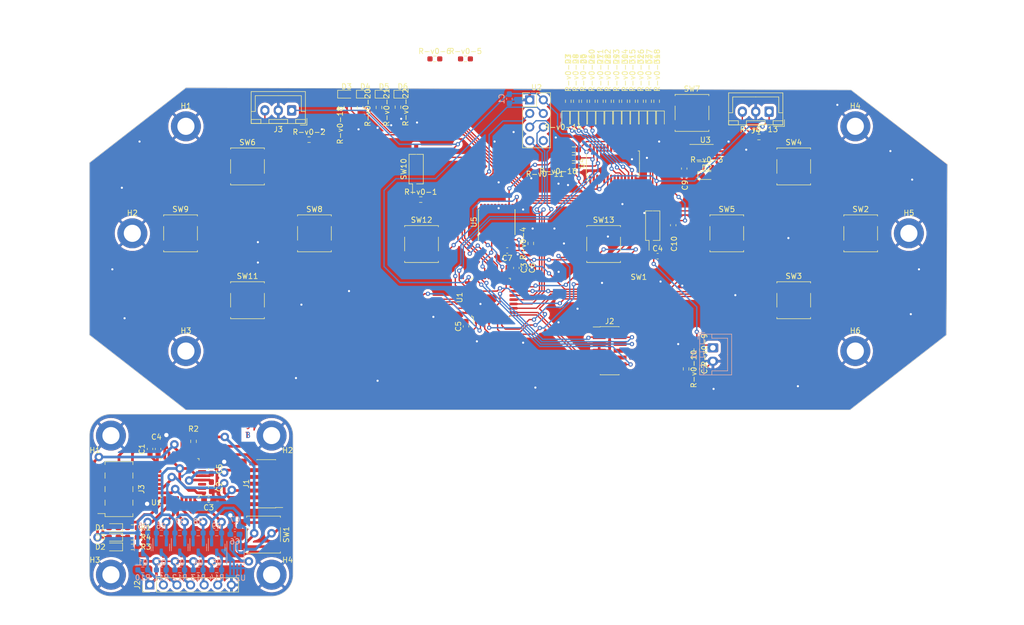
<source format=kicad_pcb>
(kicad_pcb (version 20221018) (generator pcbnew)
  (layers (0 "F.Cu" signal) (31 "B.Cu" signal) (34 "B.Paste" user) (35 "F.Paste" user) (36 "B.SilkS" user "B.Silkscreen") (37 "F.SilkS" user "F.Silkscreen") (38 "B.Mask" user) (39 "F.Mask" user) (44 "Edge.Cuts" user))
  (net 0 "")
  (net 1 "+5V-v1-")
  (net 2 "GND-v1-")
  (net 3 "+3.3V-v1-")
  (net 4 "Net-(D1-K)-v1-")
  (net 6 "Net-(D3-K)-v1-")
  (net 7 "Status_LED-v1-")
  (net 8 "Data_Clock_SNES-v1-")
  (net 9 "Data_Latch_SNES-v1-")
  (net 10 "Net-(D2-K)-v1-")
  (net 11 "Serial_Data1_SNES-v1-")
  (net 12 "Serial_Data2_SNES-v1-")
  (net 13 "SPI_Chip_Select-v1-")
  (net 14 "Chip_Enable-v1-")
  (net 15 "SPI_Digital_Input-v1-")
  (net 16 "SPI_Clock-v1-")
  (net 17 "SPI_Digital_Output-v1-")
  (net 18 "IOBit_SNES-v1-")
  (net 19 "Data_Clock_STM32-v1-")
  (net 20 "Data_Latch_STM32-v1-")
  (net 21 "Appairing_Btn-v1-")
  (net 22 "Net-(U2-BP)-v1-")
  (net 23 "SWDIO-v1-")
  (net 24 "SWDCK-v1-")
  (net 27 "NRST-v1-")
  (net 28 "USART2_RX-v1-")
  (net 29 "USART2_TX-v1-")
  (net 30 "Serial_Data1_STM32-v1-")
  (net 31 "IOBit_STM32-v1-")
  (net 32 "Serial_Data2_STM32-v1-")
  (net 46 "POWER-v0-_CHECK-v0-")
  (net 47 "GND-v0-")
  (net 48 "L-v0-i-ion-v0-")
  (net 49 "Net-(U3-BP)-v0-")
  (net 50 "Glob_Alim-v0-")
  (net 51 "Net-(D2-A)-v0-")
  (net 52 "Net-(D3-K)-v0-")
  (net 53 "Net-(D3-A)-v0-")
  (net 54 "Net-(D4-K)-v0-")
  (net 55 "Net-(D4-A)-v0-")
  (net 56 "Net-(D5-K)-v0-")
  (net 57 "Net-(D5-A)-v0-")
  (net 58 "Net-(D6-K)-v0-")
  (net 59 "Net-(D6-A)-v0-")
  (net 60 "Net-(D7-K)-v0-")
  (net 61 "Net-(D7-A)-v0-")
  (net 62 "Net-(D8-K)-v0-")
  (net 63 "Net-(D8-A)-v0-")
  (net 64 "Net-(D9-K)-v0-")
  (net 65 "Net-(D9-A)-v0-")
  (net 66 "Net-(D10-K)-v0-")
  (net 67 "Net-(D10-A)-v0-")
  (net 68 "Net-(D11-K)-v0-")
  (net 69 "Net-(D11-A)-v0-")
  (net 70 "Net-(D12-K)-v0-")
  (net 71 "Net-(D12-A)-v0-")
  (net 72 "Net-(D13-K)-v0-")
  (net 73 "Net-(D13-A)-v0-")
  (net 74 "Net-(D14-K)-v0-")
  (net 75 "Net-(D14-A)-v0-")
  (net 76 "Net-(D15-K)-v0-")
  (net 77 "Net-(D15-A)-v0-")
  (net 78 "Net-(D16-K)-v0-")
  (net 79 "Net-(D16-A)-v0-")
  (net 80 "Net-(D17-K)-v0-")
  (net 81 "Net-(D17-A)-v0-")
  (net 82 "Net-(D18-K)-v0-")
  (net 83 "Net-(D18-A)-v0-")
  (net 86 "SWDIO-v0-")
  (net 87 "SWDCK-v0-")
  (net 91 "R-v0-eset_Buton -v0-")
  (net 92 "USAR-v0-T2_R-v0-X-v0-")
  (net 93 "USAR-v0-T2_TX-v0-")
  (net 94 "NES{slash}SNES_switcher-v0-")
  (net 95 "R-v0-")
  (net 96 "A_Button-v0-")
  (net 97 "B_Button-v0-")
  (net 98 "X_Button-v0-")
  (net 99 "Y_Button-v0-")
  (net 100 "UC_Button-v0-")
  (net 101 "L-v0-C_Button-v0-")
  (net 102 "DIODE_SDA-v0-")
  (net 103 "R-v0-C_Button")
  (net 104 "L-v0-")
  (net 105 "DIODE_CL-v0-K")
  (net 106 "DC_Button-v0-")
  (net 107 "DIODE_OE-v0-")
  (net 108 "ST_Button-v0-")
  (net 109 "SE_Button-v0-")
  (net 110 "Order_Search-v0-")
  (net 111 "R-v0-X{slash}TX")
  (net 112 "Net-(C7-Pad1)-v0-")
  (net 113 "Pin_Clock-v0-")
  (net 114 "Digital_Out_Put-v0-")
  (net 115 "MOSI-v0-")
  (net 116 "GPIO_EX_CL-v0-K")
  (net 119 "GPIO_EX_SER-v0-IAL-v0-_DATA")
  (net 120 "Net-(U3-IN)-v0-")
  (net 121 "CSN_nR-v0-F24")
  (footprint "Button_Switch_SMD:SW_SPST_B3S-1000" (layer "F.Cu") (at 62.05 29.25)
    (fp_text reference "SW12")
    (fp_text value "SW_Push")
  )
  (footprint "L-v0-ED_SMD:L-v0-ED_0603_1608Metric_Pad1.05x0.95mm_HandSolder" (layer "F.Cu") (at 106.65 6.05 -90)
    (fp_text reference "D18")
    (fp_text value "R-v0-4")
  )
  (footprint "MountingHole:MountingHole_3.2mm_M3_DIN965_Pad" (layer "F.Cu") (at 4.05 65.05)
    (fp_text reference "H1")
    (fp_text value "MountingHole_Pad")
  )
  (footprint "Button_Switch_SMD:SW_SPST_B3S-1000" (layer "F.Cu") (at 112.55 4.75)
    (fp_text reference "SW7")
    (fp_text value "SW_SPST")
  )
  (footprint "L-v0-ED_SMD:L-v0-ED_0603_1608Metric_Pad1.05x0.95mm_HandSolder" (layer "F.Cu") (at 93.775 6.075 -90)
    (fp_text reference "D10")
    (fp_text value "G8")
  )
  (footprint "R-v0-esistor_SMD:R-v0-_0603_1608Metric_Pad0.98x0.95mm_HandSolder" (layer "F.Cu") (at 70.25 -5.35)
    (fp_text reference "R-v0-5")
    (fp_text value "1K")
  )
  (footprint "Diode_SMD:D_0603_1608Metric_Pad1.05x0.95mm_HandSolder" (layer "F.Cu") (at 4.56875 82.25 180)
    (fp_text reference "D1")
    (fp_text value "LED_Small")
  )
  (footprint "Connector_PinHeader_2.54mm:PinHeader_1x07_P2.54mm_Vertical" (layer "F.Cu") (at 11.3 92.95 90)
    (fp_text reference "J2")
    (fp_text value "Conn_01x07_Socket")
  )
  (footprint "Connector_PinHeader_1.27mm:PinHeader_2x07_P1.27mm_Vertical_SMD" (layer "F.Cu") (at 97.175 49.19)
    (fp_text reference "J2")
    (fp_text value "Conn_02x07_Odd_Even")
  )
  (footprint "R-v0-esistor_SMD:R-v0-_0603_1608Metric_Pad0.98x0.95mm_HandSolder" (layer "F.Cu") (at 47.075 3.725 -90)
    (fp_text reference "R-v0-18")
    (fp_text value "1K")
  )
  (footprint "MountingHole:MountingHole_3.2mm_M3_DIN965_Pad" (layer "F.Cu") (at 153.05 27.25)
    (fp_text reference "H5")
    (fp_text value "MountingHole_Pad")
  )
  (footprint "Button_Switch_SMD:SW_SPST_B3S-1000" (layer "F.Cu") (at 144.05 27.25)
    (fp_text reference "SW2")
    (fp_text value "SW_Push")
  )
  (footprint "Capacitor_SMD:C_0603_1608Metric_Pad1.08x0.95mm_HandSolder" (layer "F.Cu") (at 70.352 44.644 90)
    (fp_text reference "C5")
    (fp_text value "100n")
  )
  (footprint "L-v0-ED_SMD:L-v0-ED_0603_1608Metric_Pad1.05x0.95mm_HandSolder" (layer "F.Cu") (at 92.175 6.075 -90)
    (fp_text reference "D9")
    (fp_text value "G7")
  )
  (footprint "L-v0-ED_SMD:L-v0-ED_0603_1608Metric_Pad1.05x0.95mm_HandSolder" (layer "F.Cu") (at 101.825 6.05 -90)
    (fp_text reference "D15")
    (fp_text value "R-v0-1")
  )
  (footprint "R-v0-esistor_SMD:R-v0-_0603_1608Metric_Pad0.98x0.95mm_HandSolder" (layer "F.Cu") (at 92.45 2.5625 90)
    (fp_text reference "R-v0-25")
    (fp_text value "1K")
  )
  (footprint "Package_QFP:LQFP-32_7x7mm_P0.8mm" (layer "F.Cu") (at 16.9 72.95 180)
    (fp_text reference "U1")
    (fp_text value "STM32L412KBTx")
  )
  (footprint "Resistor_SMD:R_0603_1608Metric_Pad0.98x0.95mm_HandSolder" (layer "F.Cu") (at 8.06875 84.05)
    (fp_text reference "R4")
    (fp_text value "1k")
  )
  (footprint "R-v0-esistor_SMD:R-v0-_0603_1608Metric_Pad0.98x0.95mm_HandSolder" (layer "F.Cu") (at 93.95 2.5625 90)
    (fp_text reference "R-v0-26")
    (fp_text value "1K")
  )
  (footprint "R-v0-esistor_SMD:R-v0-_0603_1608Metric_Pad0.98x0.95mm_HandSolder" (layer "F.Cu") (at 41.05 9.75)
    (fp_text reference "R-v0-2")
    (fp_text value "1K")
  )
  (footprint "R-v0-esistor_SMD:R-v0-_0603_1608Metric_Pad0.98x0.95mm_HandSolder" (layer "F.Cu") (at 95.45 2.5625 90)
    (fp_text reference "R-v0-27")
    (fp_text value "1K")
  )
  (footprint "Package_SO:TSSOP-28_4.4x9.7mm_P0.65mm" (layer "F.Cu") (at 97.784 14.164 90)
    (fp_text reference "U4")
    (fp_text value "PCA9685PW")
  )
  (footprint "L-v0-ED_SMD:L-v0-ED_0603_1608Metric_Pad1.05x0.95mm_HandSolder" (layer "F.Cu") (at 48.05 1.25)
    (fp_text reference "D3")
    (fp_text value "G1")
  )
  (footprint "Button_Switch_SMD:SW_SPST_B3S-1000" (layer "F.Cu") (at 96.05 29.25)
    (fp_text reference "SW13")
    (fp_text value "SW_Push")
  )
  (footprint "MountingHole:MountingHole_3.2mm_M3_DIN965_Pad" (layer "F.Cu") (at 34.05 65.05)
    (fp_text reference "H2")
    (fp_text value "MountingHole_Pad")
  )
  (footprint "Package_QFP:L-v0-QFP-32_7x7mm_P0.8mm" (layer "F.Cu") (at 75.05 39.25 90)
    (fp_text reference "U1")
    (fp_text value "STM32L-v0-412KBTx")
  )
  (footprint "Capacitor_SMD:C_0603_1608Metric_Pad1.08x0.95mm_HandSolder" (layer "F.Cu") (at 111.1 15.15 -90)
    (fp_text reference "C9")
    (fp_text value "470p")
  )
  (footprint "MountingHole:MountingHole_3.2mm_M3_DIN965_Pad" (layer "F.Cu") (at 4.05 91.05)
    (fp_text reference "H3")
    (fp_text value "MountingHole_Pad")
  )
  (footprint "Connector_JST:JST_XH_B3B-XH-A_1x03_P2.50mm_Vertical" (layer "F.Cu") (at 126.954 4.512 180)
    (fp_text reference "J4")
    (fp_text value "Conn_01x03")
  )
  (footprint "Button_Switch_SMD:SW_SPST_B3S-1000" (layer "F.Cu") (at 119.05 27.25)
    (fp_text reference "SW5")
    (fp_text value "SW_Push")
  )
  (footprint "Capacitor_SMD:C_0603_1608Metric_Pad1.08x0.95mm_HandSolder" (layer "F.Cu") (at 109.045 25.7325 -90)
    (fp_text reference "C10")
    (fp_text value "100nF")
  )
  (footprint "R-v0-esistor_SMD:R-v0-_0603_1608Metric_Pad0.98x0.95mm_HandSolder" (layer "F.Cu") (at 98.45 2.5625 90)
    (fp_text reference "R-v0-29")
    (fp_text value "1K")
  )
  (footprint "Connector_PinHeader_1.27mm:PinHeader_2x07_P1.27mm_Vertical_SMD" (layer "F.Cu") (at 33.05 74.05 180)
    (fp_text reference "J1")
    (fp_text value "Conn_02x07_Odd_Even")
  )
  (footprint "R-v0-esistor_SMD:R-v0-_0603_1608Metric_Pad0.98x0.95mm_HandSolder" (layer "F.Cu") (at 54.1 3.725 -90)
    (fp_text reference "R-v0-21")
    (fp_text value "1K")
  )
  (footprint "R-v0-esistor_SMD:R-v0-_0603_1608Metric_Pad0.98x0.95mm_HandSolder" (layer "F.Cu") (at 57.65 3.675 -90)
    (fp_text reference "R-v0-22")
    (fp_text value "1K")
  )
  (footprint "Button_Switch_SMD:SW_SPST_B3S-1000" (layer "F.Cu") (at 131.55 39.75)
    (fp_text reference "SW3")
    (fp_text value "SW_Push")
  )
  (footprint "L-v0-ED_SMD:L-v0-ED_0603_1608Metric_Pad1.05x0.95mm_HandSolder" (layer "F.Cu") (at 97 6.0625 -90)
    (fp_text reference "D12")
    (fp_text value "O2")
  )
  (footprint "Capacitor_SMD:C_0603_1608Metric_Pad1.08x0.95mm_HandSolder" (layer "F.Cu") (at 22.3025 76.99)
    (fp_text reference "C3")
    (fp_text value "100n")
  )
  (footprint "L-v0-ED_SMD:L-v0-ED_0603_1608Metric_Pad1.05x0.95mm_HandSolder" (layer "F.Cu") (at 100.225 6.05 -90)
    (fp_text reference "D14")
    (fp_text value "O4")
  )
  (footprint "R-v0-esistor_SMD:R-v0-_0603_1608Metric_Pad0.98x0.95mm_HandSolder" (layer "F.Cu") (at 101.45 2.5625 90)
    (fp_text reference "R-v0-31")
    (fp_text value "1K")
  )
  (footprint "Capacitor_SMD:C_0603_1608Metric_Pad1.08x0.95mm_HandSolder" (layer "F.Cu") (at 22.81 71.3 90)
    (fp_text reference "C5")
    (fp_text value "100n")
  )
  (footprint "Button_Switch_SMD:SW_SPST_B3S-1000" (layer "F.Cu") (at 32.55 83.55 180)
    (fp_text reference "SW1")
    (fp_text value "SW_SPST")
  )
  (footprint "Button_Switch_SMD:SW_SPST_B3S-1000" (layer "F.Cu") (at 17.05 27.25)
    (fp_text reference "SW9")
    (fp_text value "SW_Push")
  )
  (footprint "R-v0-esistor_SMD:R-v0-_0603_1608Metric_Pad0.98x0.95mm_HandSolder" (layer "F.Cu") (at 105.95 2.5625 90)
    (fp_text reference "R-v0-34")
    (fp_text value "1K")
  )
  (footprint "R-v0-esistor_SMD:R-v0-_0603_1608Metric_Pad0.98x0.95mm_HandSolder" (layer "F.Cu") (at 90.418 14.672)
    (fp_text reference "R-v0-14")
    (fp_text value "10K")
  )
  (footprint "Connector_PinHeader_2.54mm:PinHeader_2x04_P2.54mm_Vertical" (layer "F.Cu") (at 82.25 2.31)
    (fp_text reference "U2")
    (fp_text value "nR-v0-F24_Full")
  )
  (footprint "Capacitor_SMD:C_0603_1608Metric_Pad1.08x0.95mm_HandSolder" (layer "F.Cu") (at 11.35 67.55 90)
    (fp_text reference "C1")
    (fp_text value "10u")
  )
  (footprint "R-v0-esistor_SMD:R-v0-_0603_1608Metric_Pad0.98x0.95mm_HandSolder" (layer "F.Cu") (at 90.418 11.624 180)
    (fp_text reference "R-v0-16")
    (fp_text value "10K")
  )
  (footprint "Connector_JST:JST_XH_B3B-XH-A_1x03_P2.50mm_Vertical" (layer "F.Cu") (at 37.8 4.275 180)
    (fp_text reference "J3")
    (fp_text value "Conn_01x03")
  )
  (footprint "Button_Switch_SMD:SW_DIP_SPSTx01_Slide_Copal_CHS-01B_W7.62mm_P1.27mm" (layer "F.Cu") (at 61.05 15.25 90)
    (fp_text reference "SW10")
    (fp_text value "SW_DIP_x01")
  )
  (footprint "Capacitor_SMD:C_0603_1608Metric_Pad1.08x0.95mm_HandSolder" (layer "F.Cu") (at 12.85 67.55 90)
    (fp_text reference "C4")
    (fp_text value "100n")
  )
  (footprint "Capacitor_SMD:C_0603_1608Metric_Pad1.08x0.95mm_HandSolder" (layer "F.Cu") (at 106.145 31.52)
    (fp_text reference "C4")
    (fp_text value "1u")
  )
  (footprint "Capacitor_SMD:C_0603_1608Metric_Pad1.08x0.95mm_HandSolder" (layer "F.Cu") (at 79.75 33.722 -90)
    (fp_text reference "C3")
    (fp_text value "100n")
  )
  (footprint "R-v0-esistor_SMD:R-v0-_0603_1608Metric_Pad0.98x0.95mm_HandSolder" (layer "F.Cu") (at 96.95 2.5625 90)
    (fp_text reference "R-v0-28")
    (fp_text value "1K")
  )
  (footprint "Button_Switch_SMD:SW_DIP_SPSTx01_Slide_Copal_CHS-01B_W7.62mm_P1.27mm" (layer "F.Cu") (at 105.22 25.82 90)
    (fp_text reference "SW1")
    (fp_text value "SW_DIP_x01")
  )
  (footprint "R-v0-esistor_SMD:R-v0-_0603_1608Metric_Pad0.98x0.95mm_HandSolder" (layer "F.Cu") (at 82.45 29.1375 90)
    (fp_text reference "R-v0-4")
    (fp_text value "10k")
  )
  (footprint "L-v0-ED_SMD:L-v0-ED_0603_1608Metric_Pad1.05x0.95mm_HandSolder" (layer "F.Cu") (at 105.025 6.05 -90)
    (fp_text reference "D17")
    (fp_text value "R-v0-3")
  )
  (footprint "L-v0-ED_SMD:L-v0-ED_0603_1608Metric_Pad1.05x0.95mm_HandSolder" (layer "F.Cu") (at 103.425 6.05 -90)
    (fp_text reference "D16")
    (fp_text value "R-v0-2")
  )
  (footprint "L-v0-ED_SMD:L-v0-ED_0603_1608Metric_Pad1.05x0.95mm_HandSolder" (layer "F.Cu") (at 55.05 1.25)
    (fp_text reference "D5")
    (fp_text value "G3")
  )
  (footprint "MountingHole:MountingHole_3.2mm_M3_DIN965_Pad" (layer "F.Cu") (at 18.05 7.25)
    (fp_text reference "H1")
    (fp_text value "MountingHole_Pad")
  )
  (footprint "R-v0-esistor_SMD:R-v0-_0603_1608Metric_Pad0.98x0.95mm_HandSolder" (layer "F.Cu") (at 61.9 20.95)
    (fp_text reference "R-v0-1")
    (fp_text value "1K")
  )
  (footprint "R-v0-esistor_SMD:R-v0-_0603_1608Metric_Pad0.98x0.95mm_HandSolder" (layer "F.Cu") (at 64.5375 -5.35)
    (fp_text reference "R-v0-6")
    (fp_text value "1K")
  )
  (footprint "R-v0-esistor_SMD:R-v0-_0603_1608Metric_Pad0.98x0.95mm_HandSolder" (layer "F.Cu") (at 125.05 9.25)
    (fp_text reference "R-v0-13")
    (fp_text value "1K")
  )
  (footprint "MountingHole:MountingHole_3.2mm_M3_DIN965_Pad" (layer "F.Cu") (at 143.05 7.25)
    (fp_text reference "H4")
    (fp_text value "MountingHole_Pad")
  )
  (footprint "MountingHole:MountingHole_3.2mm_M3_DIN965_Pad" (layer "F.Cu") (at 8.05 27.25)
    (fp_text reference "H2")
    (fp_text value "MountingHole_Pad")
  )
  (footprint "R-v0-esistor_SMD:R-v0-_0603_1608Metric_Pad0.98x0.95mm_HandSolder" (layer "F.Cu") (at 89.45 2.5625 90)
    (fp_text reference "R-v0-23")
    (fp_text value "1K")
  )
  (footprint "R-v0-esistor_SMD:R-v0-_0603_1608Metric_Pad0.98x0.95mm_HandSolder" (layer "F.Cu") (at 111.45 52.5875 -90)
    (fp_text reference "R-v0-10")
    (fp_text value "1M")
  )
  (footprint "L-v0-ED_SMD:L-v0-ED_0603_1608Metric_Pad1.05x0.95mm_HandSolder" (layer "F.Cu") (at 95.375 6.075 -90)
    (fp_text reference "D11")
    (fp_text value "O1")
  )
  (footprint "Diode_SMD:D_0603_1608Metric_Pad1.05x0.95mm_HandSolder" (layer "F.Cu") (at 4.56875 84.05 180)
    (fp_text reference "D3")
    (fp_text value "LED")
  )
  (footprint "Button_Switch_SMD:SW_SPST_B3S-1000" (layer "F.Cu") (at 42.05 27.25)
    (fp_text reference "SW8")
    (fp_text value "SW_Push")
  )
  (footprint "Capacitor_SMD:C_0603_1608Metric_Pad1.08x0.95mm_HandSolder" (layer "F.Cu") (at 22.81 74.6025 90)
    (fp_text reference "C2")
    (fp_text value "100n")
  )
  (footprint "L-v0-ED_SMD:L-v0-ED_0603_1608Metric_Pad1.05x0.95mm_HandSolder" (layer "F.Cu") (at 115.31 16.45)
    (fp_text reference "D2")
    (fp_text value "L-v0-ED_Small")
  )
  (footprint "R-v0-esistor_SMD:R-v0-_0603_1608Metric_Pad0.98x0.95mm_HandSolder" (layer "F.Cu") (at 115.31 14.926)
    (fp_text reference "R-v0-3")
    (fp_text value "1K")
  )
  (footprint "R-v0-esistor_SMD:R-v0-_0603_1608Metric_Pad0.98x0.95mm_HandSolder" (layer "F.Cu") (at 50.575 3.75 -90)
    (fp_text reference "R-v0-20")
    (fp_text value "1K")
  )
  (footprint "L-v0-ED_SMD:L-v0-ED_0603_1608Metric_Pad1.05x0.95mm_HandSolder" (layer "F.Cu") (at 98.625 6.05 -90)
    (fp_text reference "D13")
    (fp_text value "O3")
  )
  (footprint "Resistor_SMD:R_0603_1608Metric_Pad0.98x0.95mm_HandSolder" (layer "F.Cu") (at 19.47 66.12 90)
    (fp_text reference "R2")
    (fp_text value "10k")
  )
  (footprint "Connector_PinSocket_2.54mm:PinSocket_2x04_P2.54mm_Vertical_SMD" (layer "F.Cu") (at 5.55 75.05 180)
    (fp_text reference "J3")
    (fp_text value "Conn_01x08_Socket")
  )
  (footprint "Resistor_SMD:R_0603_1608Metric_Pad0.98x0.95mm_HandSolder" (layer "F.Cu") (at 8.06875 85.85)
    (fp_text reference "R3")
    (fp_text value "1k")
  )
  (footprint "Capacitor_SMD:C_0603_1608Metric_Pad1.08x0.95mm_HandSolder" (layer "F.Cu") (at 81.274 33.722 -90)
    (fp_text reference "C6")
    (fp_text value "10u")
  )
  (footprint "R-v0-esistor_SMD:R-v0-_0603_1608Metric_Pad0.98x0.95mm_HandSolder" (layer "F.Cu") (at 102.95 2.5625 90)
    (fp_text reference "R-v0-32")
    (fp_text value "1K")
  )
  (footprint "R-v0-esistor_SMD:R-v0-_0603_1608Metric_Pad0.98x0.95mm_HandSolder" (layer "F.Cu") (at 113.45 49.05 -90)
    (fp_text reference "R-v0-9")
    (fp_text value "1M")
  )
  (footprint "L-v0-ED_SMD:L-v0-ED_0603_1608Metric_Pad1.05x0.95mm_HandSolder" (layer "F.Cu") (at 90.575 6.075 -90)
    (fp_text reference "D8")
    (fp_text value "G6")
  )
  (footprint "R-v0-esistor_SMD:R-v0-_0603_1608Metric_Pad0.98x0.95mm_HandSolder" (layer "F.Cu") (at 90.95 2.5625 90)
    (fp_text reference "R-v0-24")
    (fp_text value "1K")
  )
  (footprint "MountingHole:MountingHole_3.2mm_M3_DIN965_Pad" (layer "F.Cu") (at 34.05 91.05)
    (fp_text reference "H4")
    (fp_text value "MountingHole_Pad")
  )
  (footprint "Package_SO:MSOP-8_3x3mm_P0.65mm" (layer "F.Cu") (at 115.05 12.25)
    (fp_text reference "U3")
    (fp_text value "MIC5219-3.3YMM")
  )
  (footprint "MountingHole:MountingHole_3.2mm_M3_DIN965_Pad" (layer "F.Cu") (at 143.05 49.25)
    (fp_text reference "H6")
    (fp_text value "MountingHole_Pad")
  )
  (footprint "Diode_SMD:D_0603_1608Metric_Pad1.05x0.95mm_HandSolder" (layer "F.Cu") (at 4.56875 85.85 180)
    (fp_text reference "D2")
    (fp_text value "LED_Small")
  )
  (footprint "R-v0-esistor_SMD:R-v0-_0603_1608Metric_Pad0.98x0.95mm_HandSolder" (layer "F.Cu") (at 99.95 2.5625 90)
    (fp_text reference "R-v0-30")
    (fp_text value "1K")
  )
  (footprint "R-v0-esistor_SMD:R-v0-_0603_1608Metric_Pad0.98x0.95mm_HandSolder" (layer "F.Cu") (at 104.45 2.5625 90)
    (fp_text reference "R-v0-33")
    (fp_text value "1K")
  )
  (footprint "Resistor_SMD:R_0603_1608Metric_Pad0.98x0.95mm_HandSolder" (layer "F.Cu") (at 8.06875 82.25)
    (fp_text reference "R1")
    (fp_text value "1k")
  )
  (footprint "Capacitor_SMD:C_0603_1608Metric_Pad1.08x0.95mm_HandSolder" (layer "F.Cu") (at 78.05 30.45 180)
    (fp_text reference "C7")
    (fp_text value "100µF")
  )
  (footprint "MountingHole:MountingHole_3.2mm_M3_DIN965_Pad" (layer "F.Cu") (at 18.05 49.25)
    (fp_text reference "H3")
    (fp_text value "MountingHole_Pad")
  )
  (footprint "Button_Switch_SMD:SW_SPST_B3S-1000" (layer "F.Cu") (at 131.55 14.75)
    (fp_text reference "SW4")
    (fp_text value "SW_Push")
  )
  (footprint "Package_SO:SSOP-20_4.4x6.5mm_P0.65mm" (layer "F.Cu") (at 76.125 25.15 90)
    (fp_text reference "U5")
    (fp_text value "PCF8574TS")
  )
  (footprint "Button_Switch_SMD:SW_SPST_B3S-1000" (layer "F.Cu") (at 29.55 39.75)
    (fp_text reference "SW11")
    (fp_text value "SW_Push")
  )
  (footprint "Button_Switch_SMD:SW_SPST_B3S-1000" (layer "F.Cu") (at 29.55 14.75)
    (fp_text reference "SW6")
    (fp_text value "SW_Push")
  )
  (footprint "L-v0-ED_SMD:L-v0-ED_0603_1608Metric_Pad1.05x0.95mm_HandSolder" (layer "F.Cu") (at 88.975 6.075 -90)
    (fp_text reference "D7")
    (fp_text value "G5")
  )
  (footprint "L-v0-ED_SMD:L-v0-ED_0603_1608Metric_Pad1.05x0.95mm_HandSolder" (layer "F.Cu") (at 58.55 1.25)
    (fp_text reference "D6")
    (fp_text value "G4")
  )
  (footprint "R-v0-esistor_SMD:R-v0-_0603_1608Metric_Pad0.98x0.95mm_HandSolder" (layer "F.Cu") (at 90.418 13.148 180)
    (fp_text reference "R-v0-11")
    (fp_text value "10K")
  )
  (footprint "L-v0-ED_SMD:L-v0-ED_0603_1608Metric_Pad1.05x0.95mm_HandSolder" (layer "F.Cu") (at 51.55 1.25)
    (fp_text reference "D4")
    (fp_text value "G2")
  )
  (footprint "Capacitor_SMD:C_0603_1608Metric_Pad1.08x0.95mm_HandSolder" (layer "F.Cu") (at 113.45 52.5875 -90)
    (fp_text reference "C2")
    (fp_text value "1nF")
  )
  (footprint "Resistor_SMD:R_0603_1608Metric_Pad0.98x0.95mm_HandSolder" (layer "B.Cu") (at 13.45 90.15)
    (fp_text reference "R11")
    (fp_text value "10k")
  )
  (footprint "Package_TO_SOT_SMD:SOT-23" (layer "B.Cu") (at 20.35 85.95 -90)
    (fp_text reference "Q4")
    (fp_text value "2N7002")
  )
  (footprint "Capacitor_SMD:C_0603_1608Metric_Pad1.08x0.95mm_HandSolder" (layer "B.Cu") (at 27.2 83.5 180)
    (fp_text reference "C6")
    (fp_text value "470p")
  )
  (footprint "Package_TO_SOT_SMD:SOT-23" (layer "B.Cu") (at 13.45 85.95 -90)
    (fp_text reference "Q2")
    (fp_text value "2N7002")
  )
  (footprint "Package_TO_SOT_SMD:SOT-23" (layer "B.Cu") (at 10 85.95 -90)
    (fp_text reference "Q1")
    (fp_text value "2N7002")
  )
  (footprint "Package_TO_SOT_SMD:SOT-23" (layer "B.Cu") (at 16.9 85.95 -90)
    (fp_text reference "Q3")
    (fp_text value "2N7002")
  )
  (footprint "Resistor_SMD:R_0603_1608Metric_Pad0.98x0.95mm_HandSolder" (layer "B.Cu") (at 23.8 83.25)
    (fp_text reference "R9")
    (fp_text value "10k")
  )
  (footprint "Resistor_SMD:R_0603_1608Metric_Pad0.98x0.95mm_HandSolder" (layer "B.Cu") (at 10 90.15)
    (fp_text reference "R10")
    (fp_text value "10k")
  )
  (footprint "Resistor_SMD:R_0603_1608Metric_Pad0.98x0.95mm_HandSolder" (layer "B.Cu") (at 13.45 83.25)
    (fp_text reference "R6")
    (fp_text value "10k")
  )
  (footprint "Resistor_SMD:R_0603_1608Metric_Pad0.98x0.95mm_HandSolder" (layer "B.Cu") (at 16.9 83.25)
    (fp_text reference "R7")
    (fp_text value "10k")
  )
  (footprint "Connector_JST:JST_XH_B2B-XH-A_1x02_P2.50mm_Vertical" (layer "B.Cu") (at 116.45 48.65 -90)
    (fp_text reference "J1")
    (fp_text value "Conn_01x02")
  )
  (footprint "Resistor_SMD:R_0603_1608Metric_Pad0.98x0.95mm_HandSolder" (layer "B.Cu") (at 16.9 90.15)
    (fp_text reference "R12")
    (fp_text value "10k")
  )
  (footprint "Resistor_SMD:R_0603_1608Metric_Pad0.98x0.95mm_HandSolder" (layer "B.Cu") (at 10 83.25)
    (fp_text reference "R5")
    (fp_text value "10k")
  )
  (footprint "Resistor_SMD:R_0603_1608Metric_Pad0.98x0.95mm_HandSolder" (layer "B.Cu") (at 20.35 83.25)
    (fp_text reference "R8")
    (fp_text value "10k")
  )
  (footprint "Package_TO_SOT_SMD:SOT-23" (layer "B.Cu") (at 23.8 85.95 -90)
    (fp_text reference "Q5")
    (fp_text value "2N7002")
  )
  (footprint "Resistor_SMD:R_0603_1608Metric_Pad0.98x0.95mm_HandSolder" (layer "B.Cu") (at 20.35 90.15)
    (fp_text reference "R13")
    (fp_text value "10k")
  )
  (footprint "Capacitor_SMD:C_0603_1608Metric_Pad1.08x0.95mm_HandSolder" (layer "B.Cu") (at 78.45 2.1125 -90)
    (fp_text reference "C1")
    (fp_text value "100uF")
  )
  (footprint "Capacitor_SMD:C_0603_1608Metric_Pad1.08x0.95mm_HandSolder" (layer "B.Cu") (at 27.2 82 180)
    (fp_text reference "C7")
    (fp_text value "2.2u")
  )
  (footprint "Package_SO:MSOP-8_3x3mm_P0.65mm" (layer "B.Cu") (at 27.3125 87.7 -90)
    (fp_text reference "U2")
    (fp_text value "MIC5219-3.3YMM")
  )
  (footprint "Resistor_SMD:R_0603_1608Metric_Pad0.98x0.95mm_HandSolder" (layer "B.Cu") (at 23.8 90.15)
    (fp_text reference "R14")
    (fp_text value "10k")
  )
  (gr_line (start 4.05 61.05) (end 34.05 61.05) (stroke (width 0.1)) (layer "Edge.Cuts"))
  (gr_line (start 0.05 46.25) (end 0.05 14.05) (stroke (width 0.1)) (layer "Edge.Cuts"))
  (gr_line (start 0.05 14.05) (end 18.05 0.05) (stroke (width 0.1)) (layer "Edge.Cuts"))
  (gr_line (start 142.25 0.45) (end 160.25 14.35) (stroke (width 0.1)) (layer "Edge.Cuts"))
  (gr_line (start 18.05 60.25) (end 0.05 46.25) (stroke (width 0.1)) (layer "Edge.Cuts"))
  (gr_line (start 160.25 14.35) (end 160.05 46.25) (stroke (width 0.1)) (layer "Edge.Cuts"))
  (gr_line (start 18.05 0.05) (end 142.25 0.45) (stroke (width 0.1)) (layer "Edge.Cuts"))
  (gr_line (start 0.05 91.05) (end 0.05 65.05) (stroke (width 0.1)) (layer "Edge.Cuts"))
  (gr_line (start 142.05 60.25) (end 18.05 60.25) (stroke (width 0.1)) (layer "Edge.Cuts"))
  (gr_arc (start 38.05 91.05) (mid 36.878427 93.878427) (end 34.05 95.05) (stroke (width 0.1)) (layer "Edge.Cuts"))
  (gr_arc (start 0.05 65.05) (mid 1.221573 62.221573) (end 4.05 61.05) (stroke (width 0.1)) (layer "Edge.Cuts"))
  (gr_line (start 160.05 46.25) (end 142.05 60.25) (stroke (width 0.1)) (layer "Edge.Cuts"))
  (gr_arc (start 4.05 95.05) (mid 1.221573 93.878427) (end 0.05 91.05) (stroke (width 0.1)) (layer "Edge.Cuts"))
  (gr_line (start 34.05 95.05) (end 4.05 95.05) (stroke (width 0.1)) (layer "Edge.Cuts"))
  (gr_line (start 38.05 65.05) (end 38.05 91.05) (stroke (width 0.1)) (layer "Edge.Cuts"))
  (gr_arc (start 34.05 61.05) (mid 36.878427 62.221573) (end 38.05 65.05) (stroke (width 0.1)) (layer "Edge.Cuts"))
  (gr_text "T" (at 29.05 65.55) (layer "F.Cu") (effects (font (size 1 1)) (justify left bottom)))
  (gr_text "SNES Plug" (at 22.05 63.55) (layer "F.Cu") (effects (font (size 1 1)) (justify left bottom)))
  (gr_text "B" (at 29.05 65.55) (layer "B.Cu") (effects (font (size 1 1)) (justify left bottom)))
  (segment (start 12.5375 91.7125) (end 11.3 92.95) (width 0.5) (layer "F.Cu") (net 1))
  (segment (start 12.5375 88.55) (end 15.9875 88.55) (width 0.3) (layer "F.Cu") (net 1))
  (segment (start 3.69375 85.85) (end 3.69375 85.884561) (width 0.5) (layer "F.Cu") (net 1))
  (segment (start 6.55 87.3) (end 7.8 88.55) (width 0.5) (layer "F.Cu") (net 1))
  (segment (start 19.4375 88.55) (end 22.8875 88.55) (width 0.5) (layer "F.Cu") (net 1))
  (segment (start 12.5375 88.55) (end 12.5375 91.7125) (width 0.5) (layer "F.Cu") (net 1))
  (segment (start 3.69375 85.884561) (end 5.109189 87.3) (width 0.5) (layer "F.Cu") (net 1))
  (segment (start 22.8875 88.55) (end 29.8 88.55) (width 0.5) (layer "F.Cu") (net 1))
  (segment (start 5.109189 87.3) (end 6.55 87.3) (width 0.5) (layer "F.Cu") (net 1))
  (segment (start 19.4375 88.55) (end 15.9875 88.55) (width 0.5) (layer "F.Cu") (net 1))
  (segment (start 7.8 88.55) (end 12.5375 88.55) (width 0.5) (layer "F.Cu") (net 1))
  (via (at 15.9875 88.55) (size 1.6) (drill 0.8) (layers "F.Cu" "B.Cu") (net 1))
  (via (at 12.5375 88.55) (size 1.6) (drill 0.8) (layers "F.Cu" "B.Cu") (net 1))
  (via (at 22.8875 88.55) (size 1.6) (drill 0.8) (layers "F.Cu" "B.Cu") (net 1))
  (via (at 29.8 88.55) (size 1.6) (drill 0.8) (layers "F.Cu" "B.Cu") (net 1))
  (via (at 19.4375 88.55) (size 1.6) (drill 0.8) (layers "F.Cu" "B.Cu") (net 1))
  (segment (start 11.3 92.95) (end 11.3 92.3625) (width 0.5) (layer "B.Cu") (net 1))
  (segment (start 12.5375 90.15) (end 12.5375 88.55) (width 0.5) (layer "B.Cu") (net 1))
  (segment (start 26.9875 85.5875) (end 26.9875 87.030761) (width 0.3) (layer "B.Cu") (net 1))
  (segment (start 29.8 88.55) (end 29.7 88.45) (width 0.5) (layer "B.Cu") (net 1))
  (segment (start 11.3 92.3625) (end 9.0875 90.15) (width 0.5) (layer "B.Cu") (net 1))
  (segment (start 19.4375 88.55) (end 19.4375 90.15) (width 0.5) (layer "B.Cu") (net 1))
  (segment (start 29.7 88.45) (end 28.406739 88.45) (width 0.5) (layer "B.Cu") (net 1))
  (segment (start 26.3375 85.5875) (end 26.3375 86.380761) (width 0.3) (layer "B.Cu") (net 1))
  (segment (start 15.9875 88.55) (end 15.9875 90.15) (width 0.5) (layer "B.Cu") (net 1))
  (segment (start 22.8875 88.55) (end 22.8875 90.15) (width 0.5) (layer "B.Cu") (net 1))
  (segment (start 28.406739 88.45) (end 26.9875 87.030761) (width 0.5) (layer "B.Cu") (net 1))
  (segment (start 26.3375 86.380761) (end 26.9875 87.030761) (width 0.3) (layer "B.Cu") (net 1))
  (segment (start 22.81 75.391193) (end 23.835 74.366193) (width 0.5) (layer "F.Cu") (net 2))
  (segment (start 19.7 77.125) (end 20.59 78.015) (width 0.5) (layer "F.Cu") (net 2))
  (segment (start 25.199189 69.95) (end 24.711689 70.4375) (width 0.5) (layer "F.Cu") (net 2))
  (segment (start 20.59 78.015) (end 22.14 78.015) (width 0.5) (layer "F.Cu") (net 2))
  (segment (start 12.85 66.5) (end 14.4 64.95) (width 0.5) (layer "F.Cu") (net 2))
  (segment (start 10.8 77.8) (end 9.74 78.86) (width 0.5) (layer "F.Cu") (net 2))
  (segment (start 14.1 65.25) (end 14.1 68.775) (width 0.5) (layer "F.Cu") (net 2))
  (segment (start 14.4 64.95) (end 14.1 65.25) (width 0.5) (layer "F.Cu") (net 2))
  (segment (start 12.85 66.6875) (end 12.85 66.5) (width 0.5) (layer "F.Cu") (net 2))
  (segment (start 22.81 75.465) (end 22.81 75.391193) (width 0.5) (layer "F.Cu") (net 2))
  (segment (start 9.74 78.86) (end 8.07 78.86) (width 0.5) (layer "F.Cu") (net 2))
  (segment (start 23.835 71.4625) (end 22.81 70.4375) (width 0.5) (layer "F.Cu") (net 2))
  (segment (start 22.14 78.015) (end 23.165 76.99) (width 0.5) (layer "F.Cu") (net 2))
  (segment (start 11.35 66.6875) (end 12.85 66.6875) (width 0.5) (layer "F.Cu") (net 2))
  (segment (start 23.165 75.82) (end 22.81 75.465) (width 0.5) (layer "F.Cu") (net 2))
  (segment (start 24.711689 70.4375) (end 22.81 70.4375) (width 0.5) (layer "F.Cu") (net 2))
  (segment (start 23.835 74.366193) (end 23.835 71.4625) (width 0.5) (layer "F.Cu") (net 2))
  (segment (start 23.165 76.99) (end 23.165 75.82) (width 0.5) (layer "F.Cu") (net 2))
  (via (at 25.199189 69.95) (size 1.6) (drill 0.8) (layers "F.Cu" "B.Cu") (net 2))
  (via (at 14.4 64.95) (size 1.6) (drill 0.8) (layers "F.Cu" "B.Cu") (net 2))
  (via (at 26.3375 79.95) (size 1.6) (drill 0.8) (layers "F.Cu" "B.Cu") (net 2))
  (via (at 10.8 77.8) (size 1.6) (drill 0.8) (layers "F.Cu" "B.Cu") (net 2))
  (segment (start 25.199189 69.95) (end 22.45 69.95) (width 0.5) (layer "B.Cu") (net 2))
  (segment (start 26.3375 82) (end 26.3375 83.5) (width 0.5) (layer "B.Cu") (net 2))
  (segment (start 26.3375 79.9875) (end 26.3 79.95) (width 0.5) (layer "B.Cu") (net 2))
  (segment (start 17.45 64.95) (end 14.4 64.95) (width 0.5) (layer "B.Cu") (net 2))
  (segment (start 26.3375 82) (end 26.3375 79.95) (width 0.5) (layer "B.Cu") (net 2))
  (segment (start 22.45 69.95) (end 17.45 64.95) (width 0.5) (layer "B.Cu") (net 2))
  (segment (start 11.35 68.775) (end 12.725 70.15) (width 0.5) (layer "F.Cu") (net 3))
  (segment (start 36.525 81.3) (end 37.05 80.775) (width 0.5) (layer "F.Cu") (net 3))
  (segment (start 21.44 76.99) (end 21.44 76.115) (width 0.5) (layer "F.Cu") (net 3))
  (segment (start 34.05 83.3) (end 34.525 83.3) (width 0.5) (layer "F.Cu") (net 3))
  (segment (start 11.35 68.4125) (end 11.35 68.775) (width 0.5) (layer "F.Cu") (net 3))
  (segment (start 3.69375 84.05) (end 1.55 84.05) (width 0.5) (layer "F.Cu") (net 3))
  (segment (start 16.9 73.609189) (end 16.9 71.2) (width 0.5) (layer "F.Cu") (net 3))
  (segment (start 20.05 72.55) (end 18.7 71.2) (width 0.5) (layer "F.Cu") (net 3))
  (segment (start 22.81 72.1625) (end 22.4225 72.55) (width 0.5) (layer "F.Cu") (net 3))
  (segment (start 21.44 76.115) (end 21.075 75.75) (width 0.5) (layer "F.Cu") (net 3))
  (segment (start 37.05 80.775) (end 37.05 76.94) (width 0.5) (layer "F.Cu") (net 3))
  (segment (start 18.590811 75.3) (end 16.9 73.609189) (width 0.5) (layer "F.Cu") (net 3))
  (segment (start 35 76.59) (end 36.7 76.59) (width 0.5) (layer "F.Cu") (net 3))
  (segment (start 12.725 70.15) (end 12.725 68.5375) (width 0.5) (layer "F.Cu") (net 3))
  (segment (start 22.4225 72.55) (end 21.075 72.55) (width 0.5) (layer "F.Cu") (net 3))
  (segment (start 16.9 71.2) (end 15.85 70.15) (width 0.5) (layer "F.Cu") (net 3))
  (segment (start 12.725 68.5375) (end 12.85 68.4125) (width 0.5) (layer "F.Cu") (net 3))
  (segment (start 18.7 71.2) (end 16.9 71.2) (width 0.5) (layer "F.Cu") (net 3))
  (segment (start 1.55 84.05) (end 1.55 80.34) (width 0.5) (layer "F.Cu") (net 3))
  (segment (start 21.075 75.75) (end 20.170406 75.75) (width 0.5) (layer "F.Cu") (net 3))
  (segment (start 19.720406 75.3) (end 18.590811 75.3) (width 0.5) (layer "F.Cu") (net 3))
  (segment (start 20.170406 75.75) (end 19.720406 75.3) (width 0.5) (layer "F.Cu") (net 3))
  (segment (start 1.55 80.34) (end 3.03 78.86) (width 0.5) (layer "F.Cu") (net 3))
  (segment (start 36.7 76.59) (end 37.05 76.94) (width 0.5) (layer "F.Cu") (net 3))
  (segment (start 21.075 72.55) (end 20.05 72.55) (width 0.5) (layer "F.Cu") (net 3))
  (segment (start 34.525 83.3) (end 36.525 81.3) (width 0.5) (layer "F.Cu") (net 3))
  (segment (start 15.85 70.15) (end 12.725 70.15) (width 0.5) (layer "F.Cu") (net 3))
  (segment (start 28.575 81.3) (end 36.525 81.3) (width 0.5) (layer "F.Cu") (net 3))
  (via (at 34.05 83.3) (size 1.6) (drill 0.8) (layers "F.Cu" "B.Cu") (net 3))
  (via (at 1.55 84.05) (size 1.6) (drill 0.8) (layers "F.Cu" "B.Cu") (net 3))
  (via (at 16.9 71.2) (size 1.6) (drill 0.8) (layers "F.Cu" "B.Cu") (net 3))
  (segment (start 28.0625 79.765811) (end 26.896689 78.6) (width 0.5) (layer "B.Cu") (net 3))
  (segment (start 22.85 83.2875) (end 22.8875 83.25) (width 0.5) (layer "B.Cu") (net 3))
  (segment (start 19.4375 80.915811) (end 19.4375 83.25) (width 0.5) (layer "B.Cu") (net 3))
  (segment (start 15.95 85.0125) (end 15.95 83.2875) (width 0.5) (layer "B.Cu") (net 3))
  (segment (start 1.55 84.05) (end 2.35 83.25) (width 0.5) (layer "B.Cu") (net 3))
  (segment (start 15.9875 80.915811) (end 14.921689 79.85) (width 0.5) (layer "B.Cu") (net 3))
  (segment (start 16.9 71.2) (end 14.65 71.2) (width 0.5) (layer "B.Cu") (net 3))
  (segment (start 17.053311 79.85) (end 18.371689 79.85) (width 0.5) (layer "B.Cu") (net 3))
  (segment (start 18.371689 79.85) (end 19.4375 80.915811) (width 0.5) (layer "B.Cu") (net 3))
  (segment (start 13.603311 79.85) (end 12.5375 80.915811) (width 0.5) (layer "B.Cu") (net 3))
  (segment (start 13.603311 72.246689) (end 13.603311 79.85) (width 0.5) (layer "B.Cu") (net 3))
  (segment (start 27.6375 85.5875) (end 27.6375 86.527817) (width 0.3) (layer "B.Cu") (net 3))
  (segment (start 22.85 85.0125) (end 22.85 83.2875) (width 0.5) (layer "B.Cu") (net 3))
  (segment (start 20.503311 79.85) (end 19.4375 80.915811) (width 0.5) (layer "B.Cu") (net 3))
  (segment (start 29.3 86.306739) (end 28.656739 86.95) (width 0.5) (layer "B.Cu") (net 3))
  (segment (start 12.5 85.0125) (end 12.5 83.2875) (width 0.5) (layer "B.Cu") (net 3))
  (segment (start 9.0875 83.25) (end 9.0875 81.115811) (width 0.5) (layer "B.Cu") (net 3))
  (segment (start 22.8875 83.25) (end 22.8875 80.915811) (width 0.5) (layer "B.Cu") (net 3))
  (segment (start 26.896689 78.6) (end 25.203311 78.6) (width 0.5) (layer "B.Cu") (net 3))
  (segment (start 19.4 83.2875) (end 19.4375 83.25) (width 0.5) (layer "B.Cu") (net 3))
  (segment (start 28.656739 86.95) (end 28.059683 86.95) (width 0.5) (layer "B.Cu") (net 3))
  (segment (start 15.9875 80.915811) (end 17.053311 79.85) (width 0.5) (layer "B.Cu") (net 3))
  (segment (start 14.65 71.2) (end 13.603311 72.246689) (width 0.5) (layer "B.Cu") (net 3))
  (segment (start 11.471689 79.85) (end 12.5375 80.915811) (width 0.5) (layer "B.Cu") (net 3))
  (segment (start 21.821689 79.85) (end 20.503311 79.85) (width 0.5) (layer "B.Cu") (net 3))
  (segment (start 9.05 85.0125) (end 9.05 83.2875) (width 0.5) (layer "B.Cu") (net 3))
  (segment (start 14.921689 79.85) (end 13.603311 79.85) (width 0.5) (layer "B.Cu") (net 3))
  (segment (start 28.75 82) (end 28.0625 82) (width 0.5) (layer "B.Cu") (net 3))
  (segment (start 31.043261 86.306739) (end 34.05 83.3) (width 0.5) (layer "B.Cu") (net 3))
  (segment (start 29.3 82.55) (end 28.75 82) (width 0.5) (layer "B.Cu") (net 3))
  (segment (start 12.5 83.2875) (end 12.5375 83.25) (width 0.5) (layer "B.Cu") (net 3))
  (segment (start 15.9875 83.25) (end 15.9875 80.915811) (width 0.5) (layer "B.Cu") (net 3))
  (segment (start 28.0625 82) (end 28.0625 79.765811) (width 0.5) (layer "B.Cu") (net 3))
  (segment (start 10.353311 79.85) (end 11.471689 79.85) (width 0.5) (layer "B.Cu") (net 3))
  (segment (start 15.95 83.2875) (end 15.9875 83.25) (width 0.5) (layer "B.Cu") (net 3))
  (segment (start 19.4 85.0125) (end 19.4 83.2875) (width 0.5) (layer "B.Cu") (net 3))
  (segment (start 31.043261 86.306739) (end 29.3 86.306739) (width 0.5) (layer "B.Cu") (net 3))
  (segment (start 2.35 83.25) (end 9.0875 83.25) (width 0.5) (layer "B.Cu") (net 3))
  (segment (start 29.3 86.306739) (end 29.3 82.55) (width 0.5) (layer "B.Cu") (net 3))
  (segment (start 22.8875 80.915811) (end 21.821689 79.85) (width 0.5) (layer "B.Cu") (net 3))
  (segment (start 9.0875 81.115811) (end 10.353311 79.85) (width 0.5) (layer "B.Cu") (net 3))
  (segment (start 12.5375 80.915811) (end 12.5375 83.25) (width 0.5) (layer "B.Cu") (net 3))
  (segment (start 9.05 83.2875) (end 9.0875 83.25) (width 0.5) (layer "B.Cu") (net 3))
  (segment (start 25.203311 78.6) (end 22.8875 80.915811) (width 0.5) (layer "B.Cu") (net 3))
  (segment (start 27.6375 86.527817) (end 28.059683 86.95) (width 0.3) (layer "B.Cu") (net 3))
  (segment (start 7.15625 82.25) (end 5.44375 82.25) (width 0.5) (layer "F.Cu") (net 4))
  (segment (start 7.15625 84.05) (end 5.44375 84.05) (width 0.5) (layer "F.Cu") (net 6))
  (segment (start 10.3 79.8) (end 11.425 79.8) (width 0.5) (layer "F.Cu") (net 7))
  (segment (start 8.875 81.225) (end 10.3 79.8) (width 0.5) (layer "F.Cu") (net 7))
  (segment (start 3.69375 82.25) (end 4.71875 81.225) (width 0.5) (layer "F.Cu") (net 7))
  (segment (start 4.71875 81.225) (end 8.875 81.225) (width 0.5) (layer "F.Cu") (net 7))
  (segment (start 11.425 79.8) (end 14.1 77.125) (width 0.5) (layer "F.Cu") (net 7))
  (segment (start 13.84 92.95) (end 13.84 92.34) (width 0.5) (layer "B.Cu") (net 8))
  (segment (start 13.84 92.34) (end 13.05 91.55) (width 0.5) (layer "B.Cu") (net 8))
  (segment (start 10.9125 87.8) (end 10 86.8875) (width 0.5) (layer "B.Cu") (net 8))
  (segment (start 10.9125 90.15) (end 10.9125 87.8) (width 0.5) (layer "B.Cu") (net 8))
  (segment (start 12.3125 91.55) (end 10.9125 90.15) (width 0.5) (layer "B.Cu") (net 8))
  (segment (start 13.05 91.55) (end 12.3125 91.55) (width 0.5) (layer "B.Cu") (net 8))
  (segment (start 14.3625 90.15) (end 14.3625 87.8) (width 0.5) (layer "B.Cu") (net 9))
  (segment (start 14.3625 90.15) (end 14.3625 91.0125) (width 0.5) (layer "B.Cu") (net 9))
  (segment (start 14.3625 91.0125) (end 16.3 92.95) (width 0.5) (layer "B.Cu") (net 9))
  (segment (start 14.3625 87.8) (end 13.45 86.8875) (width 0.5) (layer "B.Cu") (net 9))
  (segment (start 5.44375 85.85) (end 7.15625 85.85) (width 0.5) (layer "F.Cu") (net 10))
  (segment (start 17.8125 90.15) (end 17.8125 91.9625) (width 0.5) (layer "B.Cu") (net 11))
  (segment (start 17.8125 87.8) (end 16.9 86.8875) (width 0.5) (layer "B.Cu") (net 11))
  (segment (start 17.8125 91.9625) (end 18.8 92.95) (width 0.5) (layer "B.Cu") (net 11))
  (segment (start 17.8125 90.15) (end 17.8125 87.8) (width 0.5) (layer "B.Cu") (net 11))
  (segment (start 21.2625 92.9125) (end 21.3 92.95) (width 0.5) (layer "B.Cu") (net 12))
  (segment (start 21.2625 90.15) (end 21.2625 87.8) (width 0.5) (layer "B.Cu") (net 12))
  (segment (start 21.2625 87.8) (end 20.35 86.8875) (width 0.5) (layer "B.Cu") (net 12))
  (segment (start 21.2625 90.15) (end 21.2625 92.9125) (width 0.5) (layer "B.Cu") (net 12))
  (segment (start 12.725 70.95) (end 11.15 70.95) (width 0.5) (layer "F.Cu") (net 13))
  (segment (start 10.3 74.55) (end 9.8 75.05) (width 0.5) (layer "F.Cu") (net 13))
  (segment (start 10.3 71.8) (end 10.3 74.55) (width 0.5) (layer "F.Cu") (net 13))
  (segment (start 4.3 75.05) (end 3.03 76.32) (width 0.5) (layer "F.Cu") (net 13))
  (segment (start 11.15 70.95) (end 10.3 71.8) (width 0.5) (layer "F.Cu") (net 13))
  (segment (start 9.8 75.05) (end 4.3 75.05) (width 0.5) (layer "F.Cu") (net 13))
  (segment (start 11.425 72.145406) (end 11.820406 71.75) (width 0.5) (layer "F.Cu") (net 14))
  (segment (start 8.07 76.32) (end 10.53 76.32) (width 0.5) (layer "F.Cu") (net 14))
  (segment (start 10.53 76.32) (end 11.425 75.425) (width 0.5) (layer "F.Cu") (net 14))
  (segment (start 11.425 75.425) (end 11.425 72.145406) (width 0.5) (layer "F.Cu") (net 14))
  (segment (start 11.820406 71.75) (end 12.725 71.75) (width 0.5) (layer "F.Cu") (net 14))
  (segment (start 8.07 68.316307) (end 12.786307 63.6) (width 0.5) (layer "F.Cu") (net 15))
  (segment (start 8.07 71.24) (end 8.07 68.316307) (width 0.5) (layer "F.Cu") (net 15))
  (segment (start 15.1 63.6) (end 17.3 65.8) (width 0.5) (layer "F.Cu") (net 15))
  (segment (start 12.786307 63.6) (end 15.1 63.6) (width 0.5) (layer "F.Cu") (net 15))
  (segment (start 17.3 65.8) (end 17.3 68.775) (width 0.5) (layer "F.Cu") (net 15))
  (segment (start 7.07 73.78) (end 5.55 72.26) (width 0.5) (layer "F.Cu") (net 16))
  (segment (start 12.05 62.3) (end 16.05 62.3) (width 0.5) (layer "F.Cu") (net 16))
  (segment (start 16.05 62.3) (end 18.1 64.35) (width 0.5) (layer "F.Cu") (net 16))
  (segment (start 5.55 72.26) (end 5.55 68.8) (width 0.5) (layer "F.Cu") (net 16))
  (segment (start 5.55 68.8) (end 12.05 62.3) (width 0.5) (layer "F.Cu") (net 16))
  (segment (start 18.1 64.35) (end 18.1 68.775) (width 0.5) (layer "F.Cu") (net 16))
  (segment (start 8.07 73.78) (end 7.07 73.78) (width 0.5) (layer "F.Cu") (net 16))
  (segment (start 0.98 69.87) (end 1.8 69.05) (width 0.5) (layer "F.Cu") (net 17))
  (segment (start 3.03 73.78) (end 2.03 73.78) (width 0.5) (layer "F.Cu") (net 17))
  (segment (start 15.9 67.270406) (end 16.5 67.870406) (width 0.5) (layer "F.Cu") (net 17))
  (segment (start 15.9 66.7) (end 15.9 67.270406) (width 0.5) (layer "F.Cu") (net 17))
  (segment (start 2.03 73.78) (end 0.98 72.73) (width 0.5) (layer "F.Cu") (net 17))
  (segment (start 16.5 67.870406) (end 16.5 68.775) (width 0.5) (layer "F.Cu") (net 17))
  (segment (start 0.98 72.73) (end 0.98 69.87) (width 0.5) (layer "F.Cu") (net 17))
  (via (at 15.9 66.7) (size 1.6) (drill 0.8) (layers "F.Cu" "B.Cu") (net 17))
  (via (at 1.8 69.05) (size 1.6) (drill 0.8) (layers "F.Cu" "B.Cu") (net 17))
  (segment (start 13.55 69.05) (end 15.9 66.7) (width 0.5) (layer "B.Cu") (net 17))
  (segment (start 1.8 69.05) (end 13.55 69.05) (width 0.5) (layer "B.Cu") (net 17))
  (segment (start 24.7125 90.15) (end 24.7125 87.8) (width 0.5) (layer "B.Cu") (net 18))
  (segment (start 24.7125 90.15) (end 24.7125 92.0375) (width 0.5) (layer "B.Cu") (net 18))
  (segment (start 24.7125 92.0375) (end 23.8 92.95) (width 0.5) (layer "B.Cu") (net 18))
  (segment (start 24.7125 87.8) (end 23.8 86.8875) (width 0.5) (layer "B.Cu") (net 18))
  (segment (start 14.9 78.029594) (end 14.9 77.125) (width 0.5) (layer "F.Cu") (net 19))
  (segment (start 10.9125 81.2) (end 11.729594 81.2) (width 0.5) (layer "F.Cu") (net 19))
  (segment (start 11.729594 81.2) (end 14.9 78.029594) (width 0.5) (layer "F.Cu") (net 19))
  (via (at 10.9125 81.2) (size 1.6) (drill 0.8) (layers "F.Cu" "B.Cu") (net 19))
  (segment (start 10.9125 83.25) (end 10.9125 81.2) (width 0.5) (layer "B.Cu") (net 19))
  (segment (start 10.95 85.0125) (end 10.95 83.2875) (width 0.5) (layer "B.Cu") (net 19))
  (segment (start 10.95 83.2875) (end 10.9125 83.25) (width 0.5) (layer "B.Cu") (net 19))
  (segment (start 15.7 79.8625) (end 15.7 77.125) (width 0.5) (layer "F.Cu") (net 20))
  (segment (start 14.3625 81.2) (end 15.7 79.8625) (width 0.5) (layer "F.Cu") (net 20))
  (via (at 14.3625 81.2) (size 1.6) (drill 0.8) (layers "F.Cu" "B.Cu") (net 20))
  (segment (start 14.3625 83.25) (end 14.3625 81.2) (width 0.5) (layer "B.Cu") (net 20))
  (segment (start 14.4 85.0125) (end 14.4 83.2875) (width 0.5) (layer "B.Cu") (net 20))
  (segment (start 14.4 83.2875) (end 14.3625 83.25) (width 0.5) (layer "B.Cu") (net 20))
  (segment (start 36.525 85.8) (end 28.575 85.8) (width 0.5) (layer "F.Cu") (net 21))
  (segment (start 21.2025 65.3) (end 19.47 67.0325) (width 0.5) (layer "F.Cu") (net 21))
  (segment (start 30.8 83.3) (end 30.8 83.55) (width 0.5) (layer "F.Cu") (net 21))
  (segment (start 25.3 65.3) (end 21.2025 65.3) (width 0.5) (layer "F.Cu") (net 21))
  (segment (start 18.9 68.775) (end 18.9 67.6025) (width 0.5) (layer "F.Cu") (net 21))
  (segment (start 30.8 83.55) (end 28.575 85.775) (width 0.5) (layer "F.Cu") (net 21))
  (segment (start 28.575 85.775) (end 28.575 85.8) (width 0.5) (layer "F.Cu") (net 21))
  (segment (start 18.9 67.6025) (end 19.47 67.0325) (width 0.5) (layer "F.Cu") (net 21))
  (via (at 30.8 83.3) (size 1.6) (drill 0.8) (layers "F.Cu" "B.Cu") (net 21))
  (via (at 25.3 65.3) (size 1.6) (drill 0.8) (layers "F.Cu" "B.Cu") (net 21))
  (segment (start 30.8 83.3) (end 30.8 70.8) (width 0.5) (layer "B.Cu") (net 21))
  (segment (start 30.8 70.8) (end 25.3 65.3) (width 0.5) (layer "B.Cu") (net 21))
  (segment (start 28.2875 83.725) (end 28.0625 83.5) (width 0.3) (layer "B.Cu") (net 22))
  (segment (start 28.2875 85.5875) (end 28.2875 83.725) (width 0.3) (layer "B.Cu") (net 22))
  (segment (start 25.199189 73.95) (end 25.199189 75.699189) (width 0.5) (layer "F.Cu") (net 23))
  (segment (start 25.199189 75.699189) (end 26.09 76.59) (width 0.5) (layer "F.Cu") (net 23))
  (segment (start 26.09 76.59) (end 31.1 76.59) (width 0.5) (layer "F.Cu") (net 23))
  (segment (start 12.725 74.95) (end 13.629594 74.95) (width 0.5) (layer "F.Cu") (net 23))
  (segment (start 15.4 73.179594) (end 15.4 72.8) (width 0.5) (layer "F.Cu") (net 23))
  (segment (start 13.629594 74.95) (end 15.4 73.179594) (width 0.5) (layer "F.Cu") (net 23))
  (via (at 15.4 72.8) (size 1.6) (drill 0.8) (layers "F.Cu" "B.Cu") (net 23))
  (via (at 25.199189 73.95) (size 1.6) (drill 0.8) (layers "F.Cu" "B.Cu") (net 23))
  (segment (start 24.349189 74.8) (end 25.199189 73.95) (width 0.5) (layer "B.Cu") (net 23))
  (segment (start 15.4 72.8) (end 16.05 72.8) (width 0.5) (layer "B.Cu") (net 23))
  (segment (start 18.05 74.8) (end 24.349189 74.8) (width 0.5) (layer "B.Cu") (net 23))
  (segment (start 16.05 72.8) (end 18.05 74.8) (width 0.5) (layer "B.Cu") (net 23))
  (segment (start 31.1 75.32) (end 26.730901 75.32) (width 0.5) (layer "F.Cu") (net 24))
  (segment (start 16.05 75.05) (end 15.35 75.75) (width 0.5) (layer "F.Cu") (net 24))
  (segment (start 15.35 75.75) (end 12.725 75.75) (width 0.5) (layer "F.Cu") (net 24))
  (segment (start 26.730901 75.32) (end 26.62076 75.209859) (width 0.5) (layer "F.Cu") (net 24))
  (via (at 26.62076 75.209859) (size 1.6) (drill 0.8) (layers "F.Cu" "B.Cu") (net 24))
  (via (at 16.05 75.05) (size 1.6) (drill 0.8) (layers "F.Cu" "B.Cu") (net 24))
  (segment (start 26.62076 75.209859) (end 25.280619 76.55) (width 0.5) (layer "B.Cu") (net 24))
  (segment (start 17.55 76.55) (end 16.05 75.05) (width 0.5) (layer "B.Cu") (net 24))
  (segment (start 25.280619 76.55) (end 17.55 76.55) (width 0.5) (layer "B.Cu") (net 24))
  (segment (start 22.81 73.74) (end 22.42 73.35) (width 0.5) (layer "F.Cu") (net 27))
  (segment (start 21.075 73.35) (end 18.75 73.35) (width 0.5) (layer "F.Cu") (net 27))
  (segment (start 31.1 71.51) (end 25.639189 71.51) (width 0.5) (layer "F.Cu") (net 27))
  (segment (start 25.639189 71.51) (end 25.199189 71.95) (width 0.5) (layer "F.Cu") (net 27))
  (segment (start 18.75 73.35) (end 18.65 73.45) (width 0.5) (layer "F.Cu") (net 27))
  (segment (start 22.42 73.35) (end 21.075 73.35) (width 0.5) (layer "F.Cu") (net 27))
  (via (at 25.199189 71.95) (size 1.6) (drill 0.8) (layers "F.Cu" "B.Cu") (net 27))
  (via (at 18.65 73.45) (size 1.6) (drill 0.8) (layers "F.Cu" "B.Cu") (net 27))
  (segment (start 20.15 71.95) (end 18.65 73.45) (width 0.5) (layer "B.Cu") (net 27))
  (segment (start 25.199189 71.95) (end 20.15 71.95) (width 0.5) (layer "B.Cu") (net 27))
  (segment (start 21.425 67.05) (end 30.58 67.05) (width 0.5) (layer "F.Cu") (net 28))
  (segment (start 33.77 70.24) (end 35 70.24) (width 0.5) (layer "F.Cu") (net 28))
  (segment (start 30.58 67.05) (end 33.77 70.24) (width 0.5) (layer "F.Cu") (net 28))
  (segment (start 19.7 68.775) (end 21.425 67.05) (width 0.5) (layer "F.Cu") (net 28))
  (segment (start 22.625 68.6) (end 21.075 70.15) (width 0.5) (layer "F.Cu") (net 29))
  (segment (start 31.1 70.24) (end 29.46 68.6) (width 0.5) (layer "F.Cu") (net 29))
  (segment (start 29.46 68.6) (end 22.625 68.6) (width 0.5) (layer "F.Cu") (net 29))
  (segment (start 16.5 77.125) (end 16.5 79.8875) (width 0.5) (layer "F.Cu") (net 30))
  (segment (start 16.5 79.8875) (end 17.8125 81.2) (width 0.5) (layer "F.Cu") (net 30))
  (via (at 17.8125 81.2) (size 1.6) (drill 0.8) (layers "F.Cu" "B.Cu") (net 30))
  (segment (start 17.85 85.0125) (end 17.85 83.2875) (width 0.5) (layer "B.Cu") (net 30))
  (segment (start 17.8125 83.25) (end 17.8125 81.2) (width 0.5) (layer "B.Cu") (net 30))
  (segment (start 17.85 83.2875) (end 17.8125 83.25) (width 0.5) (layer "B.Cu") (net 30))
  (segment (start 24.7125 81.2) (end 22.8625 79.35) (width 0.5) (layer "F.Cu") (net 31))
  (segment (start 18.1 78.360964) (end 18.1 77.125) (width 0.5) (layer "F.Cu") (net 31))
  (segment (start 19.089036 79.35) (end 18.1 78.360964) (width 0.5) (layer "F.Cu") (net 31))
  (segment (start 22.8625 79.35) (end 19.089036 79.35) (width 0.5) (layer "F.Cu") (net 31))
  (via (at 24.7125 81.2) (size 1.6) (drill 0.8) (layers "F.Cu" "B.Cu") (net 31))
  (segment (start 24.75 85.0125) (end 24.75 83.2875) (width 0.5) (layer "B.Cu") (net 31))
  (segment (start 24.7125 83.25) (end 24.7125 81.2) (width 0.5) (layer "B.Cu") (net 31))
  (segment (start 24.75 83.2875) (end 24.7125 83.25) (width 0.5) (layer "B.Cu") (net 31))
  (segment (start 19.721689 81.2) (end 17.3 78.778311) (width 0.5) (layer "F.Cu") (net 32))
  (segment (start 21.2625 81.2) (end 19.721689 81.2) (width 0.5) (layer "F.Cu") (net 32))
  (segment (start 17.3 78.778311) (end 17.3 77.125) (width 0.5) (layer "F.Cu") (net 32))
  (via (at 21.2625 81.2) (size 1.6) (drill 0.8) (layers "F.Cu" "B.Cu") (net 32))
  (segment (start 21.3 83.2875) (end 21.2625 83.25) (width 0.5) (layer "B.Cu") (net 32))
  (segment (start 21.3 85.0125) (end 21.3 83.2875) (width 0.5) (layer "B.Cu") (net 32))
  (segment (start 21.2625 83.25) (end 21.2625 81.2) (width 0.5) (layer "B.Cu") (net 32))
  (segment (start 102.9935 39.506) (end 88.698 39.506) (width 0.25) (layer "F.Cu") (net 46))
  (segment (start 113.45 49.9625) (end 102.9935 39.506) (width 0.25) (layer "F.Cu") (net 46))
  (segment (start 70.875 38.05) (end 76.175402 38.05) (width 0.25) (layer "F.Cu") (net 46))
  (segment (start 113.4 51.675) (end 113.45 51.725) (width 0.25) (layer "F.Cu") (net 46))
  (segment (start 113.45 51.725) (end 111.5 51.725) (width 0.25) (layer "F.Cu") (net 46))
  (segment (start 76.175402 38.05) (end 76.697701 37.527701) (width 0.25) (layer "F.Cu") (net 46))
  (segment (start 113.45 49.9625) (end 113.45 51.725) (width 0.25) (layer "F.Cu") (net 46))
  (segment (start 111.5 51.725) (end 111.45 51.675) (width 0.25) (layer "F.Cu") (net 46))
  (segment (start 111.45 51.675) (end 111.45 51.8875) (width 0.25) (layer "F.Cu") (net 46))
  (segment (start 88.698 39.506) (end 87.878 40.326) (width 0.25) (layer "F.Cu") (net 46))
  (via (at 76.697701 37.527701) (size 0.8) (drill 0.4) (layers "F.Cu" "B.Cu") (net 46))
  (via (at 87.878 40.326) (size 0.8) (drill 0.4) (layers "F.Cu" "B.Cu") (net 46))
  (segment (start 81.02 40.326) (end 78.221701 37.527701) (width 0.25) (layer "B.Cu") (net 46))
  (segment (start 87.878 40.326) (end 81.02 40.326) (width 0.25) (layer "B.Cu") (net 46))
  (segment (start 78.221701 37.527701) (end 76.697701 37.527701) (width 0.25) (layer "B.Cu") (net 46))
  (segment (start 111.45 53.5) (end 113.4 53.5) (width 0.25) (layer "F.Cu") (net 47))
  (segment (start 54.1 4.77) (end 56.382 7.052) (width 0.25) (layer "F.Cu") (net 47))
  (segment (start 113.45 53.45) (end 114.15 53.45) (width 0.25) (layer "F.Cu") (net 47))
  (segment (start 102.009 18.389) (end 102.102 18.482) (width 0.25) (layer "F.Cu") (net 47))
  (segment (start 79.425 36.25) (end 79.225 36.45) (width 0.25) (layer "F.Cu") (net 47))
  (segment (start 95.244 15.434) (end 95.509 15.699) (width 0.25) (layer "F.Cu") (net 47))
  (segment (start 114.15 53.45) (end 116.45 51.15) (width 0.25) (layer "F.Cu") (net 47))
  (segment (start 94.228 15.434) (end 95.244 15.434) (width 0.25) (layer "F.Cu") (net 47))
  (segment (start 95.752 13.148) (end 96.159 12.741) (width 0.25) (layer "F.Cu") (net 47))
  (segment (start 81.274 34.6345) (end 81.45 34.8105) (width 0.25) (layer "F.Cu") (net 47))
  (segment (start 81.45 34.8105) (end 81.45 36.25) (width 0.25) (layer "F.Cu") (net 47))
  (segment (start 96.159 12.741) (end 96.159 11.3015) (width 0.25) (layer "F.Cu") (net 47))
  (segment (start 94.209 17.0265) (end 94.209 15.453) (width 0.25) (layer "F.Cu") (net 47))
  (segment (start 95.509 12.905) (end 95.752 13.148) (width 0.25) (layer "F.Cu") (net 47))
  (segment (start 113.4 53.5) (end 113.45 53.45) (width 0.25) (layer "F.Cu") (net 47))
  (segment (start 95.509 11.3015) (end 95.509 12.905) (width 0.25) (layer "F.Cu") (net 47))
  (segment (start 94.209 15.453) (end 94.228 15.434) (width 0.25) (layer "F.Cu") (net 47))
  (segment (start 102.009 17.0265) (end 102.009 18.389) (width 0.25) (layer "F.Cu") (net 47))
  (segment (start 95.509 15.699) (end 95.509 17.0265) (width 0.25) (layer "F.Cu") (net 47))
  (segment (start 81.45 36.25) (end 79.425 36.25) (width 0.25) (layer "F.Cu") (net 47))
  (segment (start 54.1 4.6375) (end 54.1 4.77) (width 0.25) (layer "F.Cu") (net 47))
  (via (at 96.85 27.85) (size 0.8) (drill 0.4) (layers "F.Cu" "B.Cu") (net 47))
  (via (at 99.562 21.784) (size 0.8) (drill 0.4) (layers "F.Cu" "B.Cu") (net 47))
  (via (at 109.976 47.946) (size 0.8) (drill 0.4) (layers "F.Cu" "B.Cu") (net 47))
  (via (at 81.02 22.8) (size 0.8) (drill 0.4) (layers "F.Cu" "B.Cu") (net 47))
  (via (at 76.448 22.546) (size 0.8) (drill 0.4) (layers "F.Cu" "B.Cu") (net 47))
  (via (at 104.134 13.148) (size 0.8) (drill 0.4) (layers "F.Cu" "B.Cu") (net 47))
  (via (at 89.402 18.228) (size 0.8) (drill 0.4) (layers "F.Cu" "B.Cu") (net 47))
  (via (at 120.644 38.802) (size 0.8) (drill 0.4) (layers "F.Cu" "B.Cu") (net 47))
  (via (at 81.02 47.692) (size 0.8) (drill 0.4) (layers "F.Cu" "B.Cu") (net 47))
  (via (at 43.428 7.814) (size 0.8) (drill 0.4) (layers "F.Cu" "B.Cu") (net 47))
  (via (at 132.328 55.82) (size 0.8) (drill 0.4) (layers "F.Cu" "B.Cu") (net 47))
  (via (at 38.602 54.296) (size 0.8) (drill 0.4) (layers "F.Cu" "B.Cu") (net 47))
  (via (at 153.41 42.358) (size 0.8) (drill 0.4) (layers "F.Cu" "B.Cu") (net 47))
  (via (at 80.004 31.182) (size 0.8) (drill 0.4) (layers "F.Cu" "B.Cu") (net 47))
  (via (at 56.382 7.052) (size 0.8) (drill 0.4) (layers "F.Cu" "B.Cu") (net 47))
  (via (at 31.49 28.896) (size 0.8) (drill 0.4) (layers "F.Cu" "B.Cu") (net 47))
  (via (at 79.242 8.322) (size 0.8) (drill 0.4) (layers "F.Cu" "B.Cu") (net 47))
  (via (at 87.116 9.338) (size 0.8) (drill 0.4) (layers "F.Cu" "B.Cu") (net 47))
  (via (at 82.798 26.356) (size 0.8) (drill 0.4) (layers "F.Cu" "B.Cu") (net 47))
  (via (at 130.55 28.134) (size 0.8) (drill 0.4) (layers "F.Cu" "B.Cu") (net 47))
  (via (at 31.49 32.706) (size 0.8) (drill 0.4) (layers "F.Cu" "B.Cu") (net 47))
  (via (at 6.09 18.736) (size 0.8) (drill 0.4) (layers "F.Cu" "B.Cu") (net 47))
  (via (at 139.694 3.242) (size 0.8) (drill 0.4) (layers "F.Cu" "B.Cu") (net 47))
  (via (at 39.618 40.58) (size 0.8) (drill 0.4) (layers "F.Cu" "B.Cu") (net 47))
  (via (at 116.58 56.328) (size 0.8) (drill 0.4) (layers "F.Cu" "B.Cu") (net 47))
  (via (at 87.65 34.45) (size 0.8) (drill 0.4) (layers "F.Cu" "B.Cu") (net 47))
  (via (at 75.686 10.1) (size 0.8) (drill 0.4) (layers "F.Cu" "B.Cu") (net 47))
  (via (at 101.34 13.402) (size 0.8) (drill 0.4) (layers "F.Cu" "B.Cu") (net 47))
  (via (at 87.624 43.882) (size 0.8) (drill 0.4) (layers "F.Cu" "B.Cu") (net 47))
  (via (at 87.624 17.974) (size 0.8) (drill 0.4) (layers "F.Cu" "B.Cu") (net 47))
  (via (at 88.64 29.15) (size 0.8) (drill 0.4) (layers "F.Cu" "B.Cu") (net 47))
  (via (at 72.384 47.438) (size 0.8) (drill 0.4) (layers "F.Cu" "B.Cu") (net 47))
  (via (at 77.25 32.05) (size 0.8) (drill 0.4) (layers "F.Cu" "B.Cu") (net 47))
  (via (at 48.508 38.04) (size 0.8) (drill 0.4) (layers "F.Cu" "B.Cu") (net 47))
  (via (at 154.934 33.976) (size 0.8) (drill 0.4) (layers "F.Cu" "B.Cu") (net 47))
  (via (at 50.286 7.814) (size 0.8) (drill 0.4) (layers "F.Cu" "B.Cu") (net 47))
  (via (at 106.42 10.1) (size 0.8) (drill 0.4) (layers "F.Cu" "B.Cu") (net 47))
  (via (at 4.312 33.976) (size 0.8) (drill 0.4) (layers "F.Cu" "B.Cu") (net 47))
  (via (at 61.208 6.544) (size 0.8) (drill 0.4) (layers "F.Cu" "B.Cu") (net 47))
  (via (at 73.05 40.45) (size 0.8) (drill 0.4) (layers "F.Cu" "B.Cu") (net 47))
  (via (at 110.738 37.024) (size 0.8) (drill 0.4) (layers "F.Cu" "B.Cu") (net 47))
  (via (at 58.25 5.85) (size 0.8) (drill 0.4) (layers "F.Cu" "B.Cu") (net 47))
  (via (at 53.842 7.56) (size 0.8) (drill 0.4) (layers "F.Cu" "B.Cu") (net 47))
  (via (at 91.18 41.342) (size 0.8) (drill 0.4) (layers "F.Cu" "B.Cu") (net 47))
  (via (at 95.752 36.516) (size 0.8) (drill 0.4) (layers "F.Cu" "B.Cu") (net 47))
  (via (at 122.676 11.624) (size 0.8) (drill 0.4) (layers "F.Cu" "B.Cu") (net 47))
  (via (at 76.448 17.72) (size 0.8) (drill 0.4) (layers "F.Cu" "B.Cu") (net 47))
  (via (at 82.544 16.958) (size 0.8) (drill 0.4) (layers "F.Cu" "B.Cu") (net 47))
  (via (at 149.6 11.878) (size 0.8) (drill 0.4) (layers "F.Cu" "B.Cu") (net 47))
  (via (at 9.392 10.1) (size 0.8) (drill 0.4) (layers "F.Cu" "B.Cu") (net 47))
  (via (at 83.306 56.074) (size 0.8) (drill 0.4) (layers "F.Cu" "B.Cu") (net 47))
  (via (at 86.862 26.356) (size 0.8) (drill 0.4) (layers "F.Cu" "B.Cu") (net 47))
  (via (at 119.374 10.1) (size 0.8) (drill 0.4) (layers "F.Cu" "B.Cu") (net 47))
  (via (at 103.65 23.45) (size 0.8) (drill 0.4) (layers "F.Cu" "B.Cu") (net 47))
  (via (at 6.598 43.12) (size 0.8) (drill 0.4) (layers "F.Cu" "B.Cu") (net 47))
  (via (at 82.65 33.65) (size 0.8) (drill 0.4) (layers "F.Cu" "B.Cu") (net 47))
  (via (at 53.842 54.804) (size 0.8) (drill 0.4) (layers "F.Cu" "B.Cu") (net 47))
  (via (at 106.674 36.262) (size 0.8) (drill 0.4) (layers "F.Cu" "B.Cu") (net 47))
  (via (at 153.664 17.212) (size 0.8) (drill 0.4) (layers "F.Cu" "B.Cu") (net 47))
  (via (at 64.256 42.866) (size 0.8) (drill 0.4) (layers "F.Cu" "B.Cu") (net 47))
  (segment (start 78.45 2.975) (end 79.115 2.31) (width 0.25) (layer "B.Cu") (net 47))
  (segment (start 79.115 2.31) (end 82.25 2.31) (width 0.25) (layer "B.Cu") (net 47))
  (segment (start 105.404 32.96) (end 105.404 31.6415) (width 0.25) (layer "F.Cu") (net 48))
  (segment (start 105.22 31.4575) (end 105.2825 31.52) (width 0.25) (layer "F.Cu") (net 48))
  (segment (start 105.404 31.6415) (end 105.2825 31.52) (width 0.25) (layer "F.Cu") (net 48))
  (segment (start 113.45 45.65) (end 113.45 48.1375) (width 0.25) (layer "F.Cu") (net 48))
  (segment (start 113.45 48.1375) (end 115.9375 48.1375) (width 0.25) (layer "F.Cu") (net 48))
  (segment (start 115.9375 48.1375) (end 116.45 48.65) (width 0.25) (layer "F.Cu") (net 48))
  (segment (start 105.22 29.63) (end 105.22 31.4575) (width 0.25) (layer "F.Cu") (net 48))
  (via (at 113.45 45.65) (size 0.8) (drill 0.4) (layers "F.Cu" "B.Cu") (net 48))
  (via (at 105.404 32.96) (size 0.8) (drill 0.4) (layers "F.Cu" "B.Cu") (net 48))
  (segment (start 113.45 41.006) (end 113.45 45.65) (width 0.25) (layer "B.Cu") (net 48))
  (segment (start 108.452 36.008) (end 105.404 32.96) (width 0.25) (layer "B.Cu") (net 48))
  (segment (start 108.452 36.008) (end 113.45 41.006) (width 0.25) (layer "B.Cu") (net 48))
  (segment (start 111.1 14.2875) (end 111.1 13.802) (width 0.25) (layer "F.Cu") (net 49))
  (segment (start 111.1 13.802) (end 111.677 13.225) (width 0.25) (layer "F.Cu") (net 49))
  (segment (start 111.677 13.225) (end 112.9375 13.225) (width 0.25) (layer "F.Cu") (net 49))
  (segment (start 91.434 17.72) (end 92.704 18.99) (width 0.25) (layer "F.Cu") (net 50))
  (segment (start 72.25 42.492) (end 72.638 42.104) (width 0.25) (layer "F.Cu") (net 50))
  (segment (start 75.8 28.05) (end 75.8 29.0625) (width 0.25) (layer "F.Cu") (net 50))
  (segment (start 76.702 38.548) (end 77.85 37.4) (width 0.25) (layer "F.Cu") (net 50))
  (segment (start 126.954 6.076) (end 125.724 7.306) (width 0.25) (layer "F.Cu") (net 50))
  (segment (start 94.859 17.0265) (end 94.859 18.867) (width 0.25) (layer "F.Cu") (net 50))
  (segment (start 78.3765 32.8095) (end 77.85 33.336) (width 0.25) (layer "F.Cu") (net 50))
  (segment (start 72.25 43.425) (end 72.25 42.492) (width 0.25) (layer "F.Cu") (net 50))
  (segment (start 126.954 4.512) (end 126.954 6.076) (width 0.25) (layer "F.Cu") (net 50))
  (segment (start 89.402 32.198) (end 85.846 32.198) (width 0.25) (layer "F.Cu") (net 50))
  (segment (start 71.4715 45.5565) (end 72.25 44.778) (width 0.25) (layer "F.Cu") (net 50))
  (segment (start 92.85 12.0105) (end 93.559 11.3015) (width 0.25) (layer "F.Cu") (net 50))
  (segment (start 96.159 18.075) (end 96.159 17.0265) (width 0.25) (layer "F.Cu") (net 50))
  (segment (start 77.1875 30.45) (end 78.3765 31.639) (width 0.25) (layer "F.Cu") (net 50))
  (segment (start 105.9445 23.1155) (end 104.228 24.832) (width 0.25) (layer "F.Cu") (net 50))
  (segment (start 94.736 18.99) (end 95.244 18.99) (width 0.25) (layer "F.Cu") (net 50))
  (segment (start 95.225 46.65) (end 93.3335 46.65) (width 0.25) (layer "F.Cu") (net 50))
  (segment (start 72.638 42.104) (end 74.715396 42.104) (width 0.25) (layer "F.Cu") (net 50))
  (segment (start 105.9445 19.85) (end 105.9445 23.1155) (width 0.25) (layer "F.Cu") (net 50))
  (segment (start 92.85 12.05) (end 92.85 12.0105) (width 0.25) (layer "F.Cu") (net 50))
  (segment (start 91.434 16.958) (end 91.434 17.72) (width 0.25) (layer "F.Cu") (net 50))
  (segment (start 78.3765 31.639) (end 78.3765 32.8095) (width 0.25) (layer "F.Cu") (net 50))
  (segment (start 76.702 40.117396) (end 74.715396 42.104) (width 0.25) (layer "F.Cu") (net 50))
  (segment (start 94.859 18.867) (end 94.736 18.99) (width 0.25) (layer "F.Cu") (net 50))
  (segment (start 109.404 12.45) (end 109.214 12.64) (width 0.25) (layer "F.Cu") (net 50))
  (segment (start 112.9375 12.575) (end 112.8125 12.45) (width 0.25) (layer "F.Cu") (net 50))
  (segment (start 105.9445 15.9095) (end 105.9445 17.466) (width 0.25) (layer "F.Cu") (net 50))
  (segment (start 112.8125 12.45) (end 109.404 12.45) (width 0.25) (layer "F.Cu") (net 50))
  (segment (start 89.5055 14.672) (end 89.5055 13.148) (width 0.25) (layer "F.Cu") (net 50))
  (segment (start 111.23 24.87) (end 111.25 24.85) (width 0.25) (layer "F.Cu") (net 50))
  (segment (start 108.65 19.05) (end 105.9445 19.05) (width 0.25) (layer "F.Cu") (net 50))
  (segment (start 75.45 42.838604) (end 75.45 43.425) (width 0.25) (layer "F.Cu") (net 50))
  (segment (start 93.559 18.897) (end 93.466 18.99) (width 0.25) (layer "F.Cu") (net 50))
  (segment (start 83.052 32.198) (end 81.8855 32.198) (width 0.25) (layer "F.Cu") (net 50))
  (segment (start 96.768 24.832) (end 89.402 32.198) (width 0.25) (layer "F.Cu") (net 50))
  (segment (start 89.5055 11.624) (end 89.5055 13.148) (width 0.25) (layer "F.Cu") (net 50))
  (segment (start 104.228 24.832) (end 96.768 24.832) (width 0.25) (layer "F.Cu") (net 50))
  (segment (start 79.75 32.8095) (end 81.274 32.8095) (width 0.25) (layer "F.Cu") (net 50))
  (segment (start 70.352 45.5565) (end 71.4715 45.5565) (width 0.25) (layer "F.Cu") (net 50))
  (segment (start 93.559 17.0265) (end 93.559 18.897) (width 0.25) (layer "F.Cu") (net 50))
  (segment (start 114.3975 13.271459) (end 113.701041 12.575) (width 0.25) (layer "F.Cu") (net 50))
  (segment (start 81.8855 32.198) (end 81.274 32.8095) (width 0.25) (layer "F.Cu") (net 50))
  (segment (start 76.702 38.548) (end 76.702 40.117396) (width 0.25) (layer "F.Cu") (net 50))
  (segment (start 105.9445 19.05) (end 105.9445 19.85) (width 0.25) (layer "F.Cu") (net 50))
  (segment (start 92.704 18.99) (end 93.466 18.99) (width 0.25) (layer "F.Cu") (net 50))
  (segment (start 109.045 24.87) (end 111.23 24.87) (width 0.25) (layer "F.Cu") (net 50))
  (segment (start 114.3975 14.926) (end 114.3975 13.271459) (width 0.25) (layer "F.Cu") (net 50))
  (segment (start 67.996 11.44) (end 68.828 10.608) (width 0.25) (layer "F.Cu") (net 50))
  (segment (start 61.05 11.44) (end 67.996 11.44) (width 0.25) (layer "F.Cu") (net 50))
  (segment (start 72.25 44.778) (end 72.25 43.425) (width 0.25) (layer "F.Cu") (net 50))
  (segment (start 89.5055 15.0295) (end 91.434 16.958) (width 0.25) (layer "F.Cu") (net 50))
  (segment (start 105.9445 17.466) (end 105.9445 19.85) (width 0.25) (layer "F.Cu") (net 50))
  (segment (start 109.214 12.64) (end 105.9445 15.9095) (width 0.25) (layer "F.Cu") (net 50))
  (segment (start 113.701041 12.575) (end 112.9375 12.575) (width 0.25) (layer "F.Cu") (net 50))
  (segment (start 93.3335 46.65) (end 93.212 46.7715) (width 0.25) (layer "F.Cu") (net 50))
  (segment (start 74.715396 42.104) (end 75.45 42.838604) (width 0.25) (layer "F.Cu") (net 50))
  (segment (start 77.85 37.4) (end 77.85 35.075) (width 0.25) (layer "F.Cu") (net 50))
  (segment (start 79.75 32.8095) (end 78.3765 32.8095) (width 0.25) (layer "F.Cu") (net 50))
  (segment (start 93.466 18.99) (end 94.736 18.99) (width 0.25) (layer "F.Cu") (net 50))
  (segment (start 95.244 18.99) (end 96.159 18.075) (width 0.25) (layer "F.Cu") (net 50))
  (segment (start 75.8 29.0625) (end 77.1875 30.45) (width 0.25) (layer "F.Cu") (net 50))
  (segment (start 89.5055 14.672) (end 89.5055 15.0295) (width 0.25) (layer "F.Cu") (net 50))
  (segment (start 110.05 20.45) (end 108.65 19.05) (width 0.25) (layer "F.Cu") (net 50))
  (segment (start 77.85 33.336) (end 77.85 35.075) (width 0.25) (layer "F.Cu") (net 50))
  (via (at 125.724 7.306) (size 0.8) (drill 0.4) (layers "F.Cu" "B.Cu") (net 50))
  (via (at 83.052 32.198) (size 0.8) (drill 0.4) (layers "F.Cu" "B.Cu") (net 50))
  (via (at 95.244 18.99) (size 0.8) (drill 0.4) (layers "F.Cu" "B.Cu") (net 50))
  (via (at 76.702 38.548) (size 0.8) (drill 0.4) (layers "F.Cu" "B.Cu") (net 50))
  (via (at 110.05 20.45) (size 0.8) (drill 0.4) (layers "F.Cu" "B.Cu") (net 50))
  (via (at 105.9445 17.466) (size 0.8) (drill 0.4) (layers "F.Cu" "B.Cu") (net 50))
  (via (at 93.212 46.7715) (size 0.8) (drill 0.4) (layers "F.Cu" "B.Cu") (net 50))
  (via (at 85.846 32.198) (size 0.8) (drill 0.4) (layers "F.Cu" "B.Cu") (net 50))
  (via (at 91.434 16.958) (size 0.8) (drill 0.4) (layers "F.Cu" "B.Cu") (net 50))
  (via (at 68.828 10.608) (size 0.8) (drill 0.4) (layers "F.Cu" "B.Cu") (net 50))
  (via (at 111.25 24.85) (size 0.8) (drill 0.4) (layers "F.Cu" "B.Cu") (net 50))
  (via (at 92.85 12.05) (size 0.8) (drill 0.4) (layers "F.Cu" "B.Cu") (net 50))
  (segment (start 110.05 20.45) (end 111.25 21.65) (width 0.25) (layer "B.Cu") (net 50))
  (segment (start 97.726 16.508) (end 95.244 18.99) (width 0.25) (layer "B.Cu") (net 50))
  (segment (start 113.033305 17.466) (end 105.9445 17.466) (width 0.25) (layer "B.Cu") (net 50))
  (segment (start 87.45 4.97) (end 87.45 7.85) (width 0.25) (layer "B.Cu") (net 50))
  (segment (start 91.434 10.634) (end 92.85 12.05) (width 0.25) (layer "B.Cu") (net 50))
  (segment (start 93.212 46.7715) (end 92.9375 47.046) (width 0.25) (layer "B.Cu") (net 50))
  (segment (start 84.79 2.31) (end 87.45 4.97) (width 0.25) (layer "B.Cu") (net 50))
  (segment (start 89.720695 8.65) (end 91.434 10.363305) (width 0.25) (layer "B.Cu") (net 50))
  (segment (start 85.846 32.198) (end 83.052 32.198) (width 0.25) (layer "B.Cu") (net 50))
  (segment (start 91.434 10.363305) (end 91.434 16.958) (width 0.25) (layer "B.Cu") (net 50))
  (segment (start 84.366 2.734) (end 84.79 2.31) (width 0.25) (layer "B.Cu") (net 50))
  (segment (start 123.193305 7.306) (end 113.033305 17.466) (width 0.25) (layer "B.Cu") (net 50))
  (segment (start 92.9375 47.046) (end 85.084 47.046) (width 0.25) (layer "B.Cu") (net 50))
  (segment (start 83.615 1.135) (end 84.79 2.31) (width 0.25) (layer "B.Cu") (net 50))
  (segment (start 68.828 10.608) (end 78.301 1.135) (width 0.25) (layer "B.Cu") (net 50))
  (segment (start 111.25 21.65) (end 111.25 24.85) (width 0.25) (layer "B.Cu") (net 50))
  (segment (start 76.824398 39.187601) (end 76.824398 38.670398) (width 0.25) (layer "B.Cu") (net 50))
  (segment (start 37.8 4.275) (end 51.582305 4.275) (width 0.25) (layer "B.Cu") (net 50))
  (segment (start 125.724 7.306) (end 123.193305 7.306) (width 0.25) (layer "B.Cu") (net 50))
  (segment (start 76.824398 38.670398) (end 76.702 38.548) (width 0.25) (layer "B.Cu") (net 50))
  (segment (start 87.45 7.85) (end 88.25 8.65) (width 0.25) (layer "B.Cu") (net 50))
  (segment (start 91.434 10.363305) (end 91.434 10.634) (width 0.25) (layer "B.Cu") (net 50))
  (segment (start 105.9445 17.466) (end 104.9865 16.508) (width 0.25) (layer "B.Cu") (net 50))
  (segment (start 85.084 47.046) (end 84.682797 47.046) (width 0.25) (layer "B.Cu") (net 50))
  (segment (start 57.915305 10.608) (end 68.828 10.608) (width 0.25) (layer "B.Cu") (net 50))
  (segment (start 88.25 8.65) (end 89.720695 8.65) (width 0.25) (layer "B.Cu") (net 50))
  (segment (start 104.9865 16.508) (end 97.726 16.508) (width 0.25) (layer "B.Cu") (net 50))
  (segment (start 84.682797 47.046) (end 76.824398 39.187601) (width 0.25) (layer "B.Cu") (net 50))
  (segment (start 78.301 1.135) (end 83.615 1.135) (width 0.25) (layer "B.Cu") (net 50))
  (segment (start 51.582305 4.275) (end 57.915305 10.608) (width 0.25) (layer "B.Cu") (net 50))
  (segment (start 116.185 14.9635) (end 116.2225 14.926) (width 0.25) (layer "F.Cu") (net 51))
  (segment (start 116.185 16.45) (end 116.185 14.9635) (width 0.25) (layer "F.Cu") (net 51))
  (segment (start 47.075 1.35) (end 47.175 1.25) (width 0.25) (layer "F.Cu") (net 52))
  (segment (start 47.075 2.8125) (end 47.075 1.35) (width 0.25) (layer "F.Cu") (net 52))
  (segment (start 96.819188 21.61) (end 98.759 19.670188) (width 0.25) (layer "F.Cu") (net 53))
  (segment (start 48.925 1.25) (end 48.925 4.295495) (width 0.25) (layer "F.Cu") (net 53))
  (segment (start 48.925 4.295495) (end 53.459505 8.83) (width 0.25) (layer "F.Cu") (net 53))
  (segment (start 82.746812 21.61) (end 96.819188 21.61) (width 0.25) (layer "F.Cu") (net 53))
  (segment (start 53.459505 8.83) (end 69.966812 8.83) (width 0.25) (layer "F.Cu") (net 53))
  (segment (start 98.759 19.670188) (end 98.759 17.0265) (width 0.25) (layer "F.Cu") (net 53))
  (segment (start 69.966812 8.83) (end 82.746812 21.61) (width 0.25) (layer "F.Cu") (net 53))
  (segment (start 50.575 1.35) (end 50.675 1.25) (width 0.25) (layer "F.Cu") (net 54))
  (segment (start 50.575 2.8375) (end 50.575 1.35) (width 0.25) (layer "F.Cu") (net 54))
  (segment (start 70.153208 8.38) (end 56.186 8.38) (width 0.25) (layer "F.Cu") (net 55))
  (segment (start 96.632792 21.16) (end 82.933208 21.16) (width 0.25) (layer "F.Cu") (net 55))
  (segment (start 98.109 19.683792) (end 96.632792 21.16) (width 0.25) (layer "F.Cu") (net 55))
  (segment (start 52.425 4.619) (end 52.425 1.25) (width 0.25) (layer "F.Cu") (net 55))
  (segment (start 82.933208 21.16) (end 70.153208 8.38) (width 0.25) (layer "F.Cu") (net 55))
  (segment (start 98.109 17.0265) (end 98.109 19.683792) (width 0.25) (layer "F.Cu") (net 55))
  (segment (start 56.186 8.38) (end 52.425 4.619) (width 0.25) (layer "F.Cu") (net 55))
  (segment (start 54.175 1.25) (end 54.175 2.7375) (width 0.25) (layer "F.Cu") (net 56))
  (segment (start 54.175 2.7375) (end 54.1 2.8125) (width 0.25) (layer "F.Cu") (net 56))
  (segment (start 97.459 19.697396) (end 97.459 17.0265) (width 0.25) (layer "F.Cu") (net 57))
  (segment (start 70.339604 7.93) (end 83.119604 20.71) (width 0.25) (layer "F.Cu") (net 57))
  (segment (start 83.119604 20.71) (end 96.446396 20.71) (width 0.25) (layer "F.Cu") (net 57))
  (segment (start 55.925 5.071) (end 58.784 7.93) (width 0.25) (layer "F.Cu") (net 57))
  (segment (start 96.446396 20.71) (end 97.459 19.697396) (width 0.25) (layer "F.Cu") (net 57))
  (segment (start 58.784 7.93) (end 70.339604 7.93) (width 0.25) (layer "F.Cu") (net 57))
  (segment (start 55.925 1.25) (end 55.925 5.071) (width 0.25) (layer "F.Cu") (net 57))
  (segment (start 57.675 2.7375) (end 57.65 2.7625) (width 0.25) (layer "F.Cu") (net 58))
  (segment (start 57.675 1.25) (end 57.675 2.7375) (width 0.25) (layer "F.Cu") (net 58))
  (segment (start 96.809 17.0265) (end 96.809 19.711) (width 0.25) (layer "F.Cu") (net 59))
  (segment (start 96.809 19.711) (end 96.26 20.26) (width 0.25) (layer "F.Cu") (net 59))
  (segment (start 83.306 20.26) (end 70.526 7.48) (width 0.25) (layer "F.Cu") (net 59))
  (segment (start 92.196 20.26) (end 83.306 20.26) (width 0.25) (layer "F.Cu") (net 59))
  (segment (start 59.425 7.301) (end 59.425 1.25) (width 0.25) (layer "F.Cu") (net 59))
  (segment (start 70.526 7.48) (end 59.604 7.48) (width 0.25) (layer "F.Cu") (net 59))
  (segment (start 96.26 20.26) (end 92.196 20.26) (width 0.25) (layer "F.Cu") (net 59))
  (segment (start 92.196 20.26) (end 91.942 20.26) (width 0.25) (layer "F.Cu") (net 59))
  (segment (start 59.604 7.48) (end 59.425 7.301) (width 0.25) (layer "F.Cu") (net 59))
  (segment (start 89.45 4.725) (end 88.975 5.2) (width 0.25) (layer "F.Cu") (net 60))
  (segment (start 89.45 3.475) (end 89.45 4.725) (width 0.25) (layer "F.Cu") (net 60))
  (segment (start 97.525701 15.184299) (end 98.305402 15.964) (width 0.25) (layer "F.Cu") (net 61))
  (segment (start 89.046 6.95) (end 90.164 8.068) (width 0.25) (layer "F.Cu") (net 61))
  (segment (start 99.035041 15.964) (end 99.409 16.337959) (width 0.25) (layer "F.Cu") (net 61))
  (segment (start 99.409 16.337959) (end 99.409 17.0265) (width 0.25) (layer "F.Cu") (net 61))
  (segment (start 98.305402 15.964) (end 99.035041 15.964) (width 0.25) (layer "F.Cu") (net 61))
  (segment (start 88.975 6.95) (end 89.046 6.95) (width 0.25) (layer "F.Cu") (net 61))
  (via (at 97.525701 15.184299) (size 0.8) (drill 0.4) (layers "F.Cu" "B.Cu") (net 61))
  (via (at 90.164 8.068) (size 0.8) (drill 0.4) (layers "F.Cu" "B.Cu") (net 61))
  (segment (start 97.525701 14.162493) (end 97.525701 15.184299) (width 0.25) (layer "B.Cu") (net 61))
  (segment (start 91.133695 8.793) (end 91.767299 8.793) (width 0.25) (layer "B.Cu") (net 61))
  (segment (start 91.767299 8.793) (end 92.217299 9.243) (width 0.25) (layer "B.Cu") (net 61))
  (segment (start 90.164 8.068) (end 90.709 8.068) (width 0.25) (layer "B.Cu") (net 61))
  (segment (start 92.606208 9.243) (end 97.525701 14.162493) (width 0.25) (layer "B.Cu") (net 61))
  (segment (start 92.217299 9.243) (end 92.606208 9.243) (width 0.25) (layer "B.Cu") (net 61))
  (segment (start 90.709 8.368305) (end 91.133695 8.793) (width 0.25) (layer "B.Cu") (net 61))
  (segment (start 90.709 8.068) (end 90.709 8.368305) (width 0.25) (layer "B.Cu") (net 61))
  (segment (start 90.95 4.825) (end 90.575 5.2) (width 0.25) (layer "F.Cu") (net 62))
  (segment (start 90.95 3.475) (end 90.95 4.825) (width 0.25) (layer "F.Cu") (net 62))
  (segment (start 90.575 6.95) (end 90.575 7.209) (width 0.25) (layer "F.Cu") (net 63))
  (segment (start 90.575 7.209) (end 91.434 8.068) (width 0.25) (layer "F.Cu") (net 63))
  (segment (start 100.059 16.337959) (end 100.059 17.0265) (width 0.25) (layer "F.Cu") (net 63))
  (segment (start 98.541701 14.930299) (end 98.65134 14.930299) (width 0.25) (layer "F.Cu") (net 63))
  (segment (start 98.65134 14.930299) (end 100.059 16.337959) (width 0.25) (layer "F.Cu") (net 63))
  (via (at 98.541701 14.930299) (size 0.8) (drill 0.4) (layers "F.Cu" "B.Cu") (net 63))
  (via (at 91.434 8.068) (size 0.8) (drill 0.4) (layers "F.Cu" "B.Cu") (net 63))
  (segment (start 92.403695 8.793) (end 92.792604 8.793) (width 0.25) (layer "B.Cu") (net 63))
  (segment (start 98.541701 14.542097) (end 98.541701 14.930299) (width 0.25) (layer "B.Cu") (net 63))
  (segment (start 91.979 8.368305) (end 92.403695 8.793) (width 0.25) (layer "B.Cu") (net 63))
  (segment (start 91.434 8.068) (end 91.979 8.068) (width 0.25) (layer "B.Cu") (net 63))
  (segment (start 92.792604 8.793) (end 98.541701 14.542097) (width 0.25) (layer "B.Cu") (net 63))
  (segment (start 91.979 8.068) (end 91.979 8.368305) (width 0.25) (layer "B.Cu") (net 63))
  (segment (start 92.45 4.925) (end 92.175 5.2) (width 0.25) (layer "F.Cu") (net 64))
  (segment (start 92.45 3.475) (end 92.45 4.925) (width 0.25) (layer "F.Cu") (net 64))
  (segment (start 100.709 17.0265) (end 100.709 15.827598) (width 0.25) (layer "F.Cu") (net 65))
  (segment (start 100.709 15.827598) (end 99.684701 14.803299) (width 0.25) (layer "F.Cu") (net 65))
  (segment (start 92.175 6.95) (end 92.175 7.539) (width 0.25) (layer "F.Cu") (net 65))
  (segment (start 92.175 7.539) (end 92.704 8.068) (width 0.25) (layer "F.Cu") (net 65))
  (via (at 99.684701 14.803299) (size 0.8) (drill 0.4) (layers "F.Cu" "B.Cu") (net 65))
  (via (at 92.704 8.068) (size 0.8) (drill 0.4) (layers "F.Cu" "B.Cu") (net 65))
  (segment (start 99.684701 14.803299) (end 99.439299 14.803299) (width 0.25) (layer "B.Cu") (net 65))
  (segment (start 99.439299 14.803299) (end 92.704 8.068) (width 0.25) (layer "B.Cu") (net 65))
  (segment (start 93.95 5.025) (end 93.775 5.2) (width 0.25) (layer "F.Cu") (net 66))
  (segment (start 93.95 3.475) (end 93.95 5.025) (width 0.25) (layer "F.Cu") (net 66))
  (segment (start 93.775 7.869) (end 93.974 8.068) (width 0.25) (layer "F.Cu") (net 67))
  (segment (start 93.775 6.95) (end 93.775 7.869) (width 0.25) (layer "F.Cu") (net 67))
  (segment (start 101.34 17.0075) (end 101.359 17.0265) (width 0.25) (layer "F.Cu") (net 67))
  (segment (start 101.34 15.434) (end 101.34 17.0075) (width 0.25) (layer "F.Cu") (net 67))
  (via (at 101.34 15.434) (size 0.8) (drill 0.4) (layers "F.Cu" "B.Cu") (net 67))
  (via (at 93.974 8.068) (size 0.8) (drill 0.4) (layers "F.Cu" "B.Cu") (net 67))
  (segment (start 93.974 8.701604) (end 99.350695 14.078299) (width 0.25) (layer "B.Cu") (net 67))
  (segment (start 99.984299 14.078299) (end 101.34 15.434) (width 0.25) (layer "B.Cu") (net 67))
  (segment (start 93.974 8.068) (end 93.974 8.701604) (width 0.25) (layer "B.Cu") (net 67))
  (segment (start 99.350695 14.078299) (end 99.984299 14.078299) (width 0.25) (layer "B.Cu") (net 67))
  (segment (start 95.45 5.125) (end 95.375 5.2) (width 0.25) (layer "F.Cu") (net 68))
  (segment (start 95.45 3.475) (end 95.45 5.125) (width 0.25) (layer "F.Cu") (net 68))
  (segment (start 95.375 7.945) (end 97.459 10.029) (width 0.25) (layer "F.Cu") (net 69))
  (segment (start 97.459 10.029) (end 97.459 11.3015) (width 0.25) (layer "F.Cu") (net 69))
  (segment (start 95.375 6.95) (end 95.375 7.945) (width 0.25) (layer "F.Cu") (net 69))
  (segment (start 96.95 5.1375) (end 97 5.1875) (width 0.25) (layer "F.Cu") (net 70))
  (segment (start 96.95 3.475) (end 96.95 5.1375) (width 0.25) (layer "F.Cu") (net 70))
  (segment (start 97 8.808) (end 98.109 9.917) (width 0.25) (layer "F.Cu") (net 71))
  (segment (start 97 6.9375) (end 97 8.808) (width 0.25) (layer "F.Cu") (net 71))
  (segment (start 98.109 9.917) (end 98.109 11.3015) (width 0.25) (layer "F.Cu") (net 71))
  (segment (start 98.45 5) (end 98.625 5.175) (width 0.25) (layer "F.Cu") (net 72))
  (segment (start 98.45 3.475) (end 98.45 5) (width 0.25) (layer "F.Cu") (net 72))
  (segment (start 98.759 11.3015) (end 98.759 9.726) (width 0.25) (layer "F.Cu") (net 73))
  (segment (start 98.759 9.726) (end 98.625 9.592) (width 0.25) (layer "F.Cu") (net 73))
  (segment (start 98.625 9.592) (end 98.625 6.925) (width 0.25) (layer "F.Cu") (net 73))
  (segment (start 99.95 3.475) (end 99.95 4.9) (width 0.25) (layer "F.Cu") (net 74))
  (segment (start 99.95 4.9) (end 100.225 5.175) (width 0.25) (layer "F.Cu") (net 74))
  (segment (start 99.409 10.501416) (end 100.225 9.685416) (width 0.25) (layer "F.Cu") (net 75))
  (segment (start 99.409 11.3015) (end 99.409 10.501416) (width 0.25) (layer "F.Cu") (net 75))
  (segment (start 100.225 9.685416) (end 100.225 6.925) (width 0.25) (layer "F.Cu") (net 75))
  (segment (start 101.45 3.475) (end 101.45 4.8) (width 0.25) (layer "F.Cu") (net 76))
  (segment (start 101.45 4.8) (end 101.825 5.175) (width 0.25) (layer "F.Cu") (net 76))
  (segment (start 100.059 11.3015) (end 100.059 10.487812) (width 0.25) (layer "F.Cu") (net 77))
  (segment (start 100.059 10.487812) (end 101.825 8.721812) (width 0.25) (layer "F.Cu") (net 77))
  (segment (start 101.825 8.721812) (end 101.825 6.925) (width 0.25) (layer "F.Cu") (net 77))
  (segment (start 102.95 4.7) (end 103.425 5.175) (width 0.25) (layer "F.Cu") (net 78))
  (segment (start 102.95 3.475) (end 102.95 4.7) (width 0.25) (layer "F.Cu") (net 78))
  (segment (start 103.425 8.385) (end 103.425 6.925) (width 0.25) (layer "F.Cu") (net 79))
  (segment (start 100.709 10.474208) (end 101.983208 9.2) (width 0.25) (layer "F.Cu") (net 79))
  (segment (start 101.983208 9.2) (end 102.61 9.2) (width 0.25) (layer "F.Cu") (net 79))
  (segment (start 102.61 9.2) (end 103.425 8.385) (width 0.25) (layer "F.Cu") (net 79))
  (segment (start 100.709 11.3015) (end 100.709 10.474208) (width 0.25) (layer "F.Cu") (net 79))
  (segment (start 104.45 3.475) (end 104.45 4.6) (width 0.25) (layer "F.Cu") (net 80))
  (segment (start 104.45 4.6) (end 105.025 5.175) (width 0.25) (layer "F.Cu") (net 80))
  (segment (start 102.169604 9.65) (end 104.076 9.65) (width 0.25) (layer "F.Cu") (net 81))
  (segment (start 101.359 10.460604) (end 102.169604 9.65) (width 0.25) (layer "F.Cu") (net 81))
  (segment (start 101.359 11.3015) (end 101.359 10.460604) (width 0.25) (layer "F.Cu") (net 81))
  (segment (start 104.076 9.65) (end 105.025 8.701) (width 0.25) (layer "F.Cu") (net 81))
  (segment (start 105.025 8.701) (end 105.025 6.925) (width 0.25) (layer "F.Cu") (net 81))
  (segment (start 105.95 3.475) (end 105.95 4.475) (width 0.25) (layer "F.Cu") (net 82))
  (segment (start 105.95 4.475) (end 106.65 5.175) (width 0.25) (layer "F.Cu") (net 82))
  (segment (start 102.356 10.1) (end 104.262396 10.1) (width 0.25) (layer "F.Cu") (net 83))
  (segment (start 102.009 11.3015) (end 102.009 10.447) (width 0.25) (layer "F.Cu") (net 83))
  (segment (start 106.65 7.712396) (end 106.65 6.925) (width 0.25) (layer "F.Cu") (net 83))
  (segment (start 104.262396 10.1) (end 106.65 7.712396) (width 0.25) (layer "F.Cu") (net 83))
  (segment (start 102.009 10.447) (end 102.356 10.1) (width 0.25) (layer "F.Cu") (net 83))
  (segment (start 101.34 46.676) (end 99.151 46.676) (width 0.25) (layer "F.Cu") (net 86))
  (segment (start 73.05 35.075) (end 73.05 35.661396) (width 0.25) (layer "F.Cu") (net 86))
  (segment (start 73.05 35.661396) (end 73.904604 36.516) (width 0.25) (layer "F.Cu") (net 86))
  (segment (start 99.151 46.676) (end 99.125 46.65) (width 0.25) (layer "F.Cu") (net 86))
  (segment (start 73.904604 36.516) (end 74.162 36.516) (width 0.25) (layer "F.Cu") (net 86))
  (via (at 101.34 46.676) (size 0.8) (drill 0.4) (layers "F.Cu" "B.Cu") (net 86))
  (via (at 74.162 36.516) (size 0.8) (drill 0.4) (layers "F.Cu" "B.Cu") (net 86))
  (segment (start 100.128 47.496) (end 100.324 47.496) (width 0.25) (layer "B.Cu") (net 86))
  (segment (start 74.162 37.161599) (end 75.236201 38.2358) (width 0.25) (layer "B.Cu") (net 86))
  (segment (start 100.52 47.496) (end 101.34 46.676) (width 0.25) (layer "B.Cu") (net 86))
  (segment (start 74.162 36.516) (end 74.162 37.161599) (width 0.25) (layer "B.Cu") (net 86))
  (segment (start 84.496401 47.496) (end 97.784 47.496) (width 0.25) (layer "B.Cu") (net 86))
  (segment (start 97.784 47.496) (end 100.128 47.496) (width 0.25) (layer "B.Cu") (net 86))
  (segment (start 100.324 47.496) (end 100.52 47.496) (width 0.25) (layer "B.Cu") (net 86))
  (segment (start 75.236201 38.2358) (end 84.253201 47.2528) (width 0.25) (layer "B.Cu") (net 86))
  (segment (start 84.253201 47.2528) (end 84.496401 47.496) (width 0.25) (layer "B.Cu") (net 86))
  (segment (start 72.25 35.885995) (end 73.204932 36.840927) (width 0.25) (layer "F.Cu") (net 87))
  (segment (start 99.151 47.946) (end 99.125 47.92) (width 0.25) (layer "F.Cu") (net 87))
  (segment (start 101.34 47.946) (end 99.151 47.946) (width 0.25) (layer "F.Cu") (net 87))
  (segment (start 72.25 35.075) (end 72.25 35.885995) (width 0.25) (layer "F.Cu") (net 87))
  (via (at 73.204932 36.840927) (size 0.8) (drill 0.4) (layers "F.Cu" "B.Cu") (net 87))
  (via (at 101.34 47.946) (size 0.8) (drill 0.4) (layers "F.Cu" "B.Cu") (net 87))
  (segment (start 84.310005 47.946) (end 101.34 47.946) (width 0.25) (layer "B.Cu") (net 87))
  (segment (start 73.204932 36.840927) (end 84.310005 47.946) (width 0.25) (layer "B.Cu") (net 87))
  (segment (start 74.65 44.878) (end 74.67 44.898) (width 0.25) (layer "F.Cu") (net 91))
  (segment (start 74.65 43.425) (end 74.65 44.878) (width 0.25) (layer "F.Cu") (net 91))
  (segment (start 101.086 51.756) (end 99.151 51.756) (width 0.25) (layer "F.Cu") (net 91))
  (segment (start 99.151 51.756) (end 99.125 51.73) (width 0.25) (layer "F.Cu") (net 91))
  (via (at 74.67 44.898) (size 0.8) (drill 0.4) (layers "F.Cu" "B.Cu") (net 91))
  (via (at 101.086 51.756) (size 0.8) (drill 0.4) (layers "F.Cu" "B.Cu") (net 91))
  (segment (start 84.123609 48.396) (end 89.91 48.396) (width 0.25) (layer "B.Cu") (net 91))
  (segment (start 74.67 44.898) (end 80.625609 44.898) (width 0.25) (layer "B.Cu") (net 91))
  (segment (start 81.203805 45.476196) (end 84.123609 48.396) (width 0.25) (layer "B.Cu") (net 91))
  (segment (start 80.625609 44.898) (end 81.203805 45.476196) (width 0.25) (layer "B.Cu") (net 91))
  (segment (start 89.91 48.396) (end 97.726 48.396) (width 0.25) (layer "B.Cu") (net 91))
  (segment (start 97.726 48.396) (end 101.086 51.756) (width 0.25) (layer "B.Cu") (net 91))
  (segment (start 93.7 52.425) (end 94.275 53) (width 0.25) (layer "F.Cu") (net 92))
  (segment (start 83.76 42.05) (end 93.7 51.99) (width 0.25) (layer "F.Cu") (net 92))
  (segment (start 94.275 53) (end 95.225 53) (width 0.25) (layer "F.Cu") (net 92))
  (segment (start 93.7 51.99) (end 93.7 52.425) (width 0.25) (layer "F.Cu") (net 92))
  (segment (start 79.225 42.05) (end 83.76 42.05) (width 0.25) (layer "F.Cu") (net 92))
  (segment (start 94.047 54.042) (end 98.083 54.042) (width 0.25) (layer "F.Cu") (net 93))
  (segment (start 77.85 43.425) (end 78.65 42.625) (width 0.25) (layer "F.Cu") (net 93))
  (segment (start 78.65 42.625) (end 80.036396 42.625) (width 0.25) (layer "F.Cu") (net 93))
  (segment (start 93.25 53.245) (end 94.047 54.042) (width 0.25) (layer "F.Cu") (net 93))
  (segment (start 93.25 52.176396) (end 93.25 53.245) (width 0.25) (layer "F.Cu") (net 93))
  (segment (start 98.083 54.042) (end 99.125 53) (width 0.25) (layer "F.Cu") (net 93))
  (segment (start 80.161396 42.5) (end 83.573604 42.5) (width 0.25) (layer "F.Cu") (net 93))
  (segment (start 80.036396 42.625) (end 80.161396 42.5) (width 0.25) (layer "F.Cu") (net 93))
  (segment (start 83.573604 42.5) (end 93.25 52.176396) (width 0.25) (layer "F.Cu") (net 93))
  (segment (start 65.87 24.07) (end 64.1075 24.07) (width 0.25) (layer "F.Cu") (net 94))
  (segment (start 76.194 35.019) (end 76.25 35.075) (width 0.25) (layer "F.Cu") (net 94))
  (segment (start 68.848 28.448) (end 68.848 27.048) (width 0.25) (layer "F.Cu") (net 94))
  (segment (start 72.55 29.55) (end 76.194 33.194) (width 0.25) (layer "F.Cu") (net 94))
  (segment (start 71.05 31.05) (end 71.05 30.65) (width 0.25) (layer "F.Cu") (net 94))
  (segment (start 60.9875 19.1225) (end 61.05 19.06) (width 0.25) (layer "F.Cu") (net 94))
  (segment (start 60.9875 20.95) (end 60.9875 19.1225) (width 0.25) (layer "F.Cu") (net 94))
  (segment (start 64.1075 24.07) (end 60.9875 20.95) (width 0.25) (layer "F.Cu") (net 94))
  (segment (start 76.194 33.194) (end 76.194 35.019) (width 0.25) (layer "F.Cu") (net 94))
  (segment (start 71.05 30.65) (end 68.848 28.448) (width 0.25) (layer "F.Cu") (net 94))
  (segment (start 68.848 27.048) (end 65.87 24.07) (width 0.25) (layer "F.Cu") (net 94))
  (via (at 71.05 31.05) (size 0.8) (drill 0.4) (layers "F.Cu" "B.Cu") (net 94))
  (via (at 72.55 29.55) (size 0.8) (drill 0.4) (layers "F.Cu" "B.Cu") (net 94))
  (segment (start 71.05 31.05) (end 72.55 29.55) (width 0.25) (layer "B.Cu") (net 94))
  (segment (start 75.45 35.075) (end 75.45 33.483208) (width 0.25) (layer "F.Cu") (net 95))
  (segment (start 70.1 21.283305) (end 75.395 15.988305) (width 0.25) (layer "F.Cu") (net 95))
  (segment (start 43.4375 13.05) (end 40.1375 9.75) (width 0.25) (layer "F.Cu") (net 95))
  (segment (start 35.204 9.75) (end 32.8 7.346) (width 0.25) (layer "F.Cu") (net 95))
  (segment (start 75.395 14.894584) (end 73.550416 13.05) (width 0.25) (layer "F.Cu") (net 95))
  (segment (start 75.45 33.483208) (end 70.1 28.133208) (width 0.25) (layer "F.Cu") (net 95))
  (segment (start 75.395 15.988305) (end 75.395 14.894584) (width 0.25) (layer "F.Cu") (net 95))
  (segment (start 40.1375 9.75) (end 35.204 9.75) (width 0.25) (layer "F.Cu") (net 95))
  (segment (start 70.1 28.133208) (end 70.1 21.283305) (width 0.25) (layer "F.Cu") (net 95))
  (segment (start 32.8 7.346) (end 32.8 4.275) (width 0.25) (layer "F.Cu") (net 95))
  (segment (start 73.550416 13.05) (end 43.4375 13.05) (width 0.25) (layer "F.Cu") (net 95))
  (segment (start 79.317 41.342) (end 79.225 41.25) (width 0.25) (layer "F.Cu") (net 96))
  (segment (start 127.914 29.5) (end 118.803198 38.610802) (width 0.25) (layer "F.Cu") (net 96))
  (segment (start 140.075 29.5) (end 148.025 29.5) (width 0.25) (layer "F.Cu") (net 96))
  (segment (start 118.803198 38.610802) (end 118.798396 38.606) (width 0.25) (layer "F.Cu") (net 96))
  (segment (start 140.075 29.5) (end 127.914 29.5) (width 0.25) (layer "F.Cu") (net 96))
  (segment (start 86.151805 38.606) (end 83.507805 41.25) (width 0.25) (layer "F.Cu") (net 96))
  (segment (start 118.798396 38.606) (end 86.151805 38.606) (width 0.25) (layer "F.Cu") (net 96))
  (segment (start 83.507805 41.25) (end 79.225 41.25) (width 0.25) (layer "F.Cu") (net 96))
  (segment (start 127.575 42) (end 121.556 42) (width 0.25) (layer "F.Cu") (net 97))
  (segment (start 121.556 42) (end 118.612 39.056) (width 0.25) (layer "F.Cu") (net 97))
  (segment (start 85.092598 42.358) (end 84.076598 41.342) (width 0.25) (layer "F.Cu") (net 97))
  (segment (start 76.25 45.208) (end 76.25 43.425) (width 0.25) (layer "F.Cu") (net 97))
  (segment (start 86.338201 39.056) (end 90.418 39.056) (width 0.25) (layer "F.Cu") (net 97))
  (segment (start 83.306 44.39) (end 81.782 44.39) (width 0.25) (layer "F.Cu") (net 97))
  (segment (start 76.702 45.66) (end 76.25 45.208) (width 0.25) (layer "F.Cu") (net 97))
  (segment (start 84.068 41.326201) (end 86.338201 39.056) (width 0.25) (layer "F.Cu") (net 97))
  (segment (start 118.612 39.056) (end 90.418 39.056) (width 0.25) (layer "F.Cu") (net 97))
  (segment (start 84.068 41.342) (end 84.068 41.326201) (width 0.25) (layer "F.Cu") (net 97))
  (segment (start 80.512 45.66) (end 76.702 45.66) (width 0.25) (layer "F.Cu") (net 97))
  (segment (start 90.418 39.056) (end 90.231604 39.056) (width 0.25) (layer "F.Cu") (net 97))
  (segment (start 81.782 44.39) (end 80.512 45.66) (width 0.25) (layer "F.Cu") (net 97))
  (segment (start 84.076598 41.342) (end 84.068 41.342) (width 0.25) (layer "F.Cu") (net 97))
  (segment (start 127.575 42) (end 135.525 42) (width 0.25) (layer "F.Cu") (net 97))
  (via (at 85.092598 42.358) (size 0.8) (drill 0.4) (layers "F.Cu" "B.Cu") (net 97))
  (via (at 83.306 44.39) (size 0.8) (drill 0.4) (layers "F.Cu" "B.Cu") (net 97))
  (segment (start 85.092598 42.358) (end 85.092598 42.774097) (width 0.25) (layer "B.Cu") (net 97))
  (segment (start 85.092598 42.774097) (end 83.259695 44.607) (width 0.25) (layer "B.Cu") (net 97))
  (segment (start 85.6925 38.04) (end 85.8085 38.156) (width 0.25) (layer "F.Cu") (net 98))
  (segment (start 118.496 38.156) (end 135.525 21.127) (width 0.25) (layer "F.Cu") (net 98))
  (segment (start 85.8085 38.156) (end 118.496 38.156) (width 0.25) (layer "F.Cu") (net 98))
  (segment (start 135.525 21.127) (end 135.525 17) (width 0.25) (layer "F.Cu") (net 98))
  (segment (start 82.77661 38.05) (end 82.792305 38.034305) (width 0.25) (layer "F.Cu") (net 98))
  (segment (start 127.575 17) (end 135.525 17) (width 0.25) (layer "F.Cu") (net 98))
  (segment (start 79.225 38.05) (end 82.77661 38.05) (width 0.25) (layer "F.Cu") (net 98))
  (via (at 85.6925 38.04) (size 0.8) (drill 0.4) (layers "F.Cu" "B.Cu") (net 98))
  (via (at 82.792305 38.034305) (size 0.8) (drill 0.4) (layers "F.Cu" "B.Cu") (net 98))
  (segment (start 85.686805 38.034305) (end 85.6925 38.04) (width 0.25) (layer "B.Cu") (net 98))
  (segment (start 82.792305 38.034305) (end 85.686805 38.034305) (width 0.25) (layer "B.Cu") (net 98))
  (segment (start 88.814 37.706) (end 85.846 34.738) (width 0.25) (layer "F.Cu") (net 99))
  (segment (start 80.25 28.45) (end 79.45 28.45) (width 0.25) (layer "F.Cu") (net 99))
  (segment (start 115.075 31.025) (end 108.394 37.706) (width 0.25) (layer "F.Cu") (net 99))
  (segment (start 108.394 37.706) (end 91.942 37.706) (width 0.25) (layer "F.Cu") (net 99))
  (segment (start 115.075 29.5) (end 115.075 31.025) (width 0.25) (layer "F.Cu") (net 99))
  (segment (start 115.075 29.5) (end 123.025 29.5) (width 0.25) (layer "F.Cu") (net 99))
  (segment (start 91.942 37.706) (end 88.814 37.706) (width 0.25) (layer "F.Cu") (net 99))
  (segment (start 79.45 28.45) (end 79.05 28.05) (width 0.25) (layer "F.Cu") (net 99))
  (via (at 85.846 34.738) (size 0.8) (drill 0.4) (layers "F.Cu" "B.Cu") (net 99))
  (via (at 80.25 28.45) (size 0.8) (drill 0.4) (layers "F.Cu" "B.Cu") (net 99))
  (segment (start 82.948305 32.923) (end 82.751695 32.923) (width 0.25) (layer "B.Cu") (net 99))
  (segment (start 82.327 32.301695) (end 80.562652 30.537348) (width 0.25) (layer "B.Cu") (net 99))
  (segment (start 82.751695 32.923) (end 82.327 32.498305) (width 0.25) (layer "B.Cu") (net 99))
  (segment (start 83.375 33.349695) (end 82.948305 32.923) (width 0.25) (layer "B.Cu") (net 99))
  (segment (start 83.375 33.45) (end 83.375 33.349695) (width 0.25) (layer "B.Cu") (net 99))
  (segment (start 80.562652 30.537348) (end 80.475305 30.45) (width 0.25) (layer "B.Cu") (net 99))
  (segment (start 80.25 30.224696) (end 80.25 28.45) (width 0.25) (layer "B.Cu") (net 99))
  (segment (start 85.846 34.738) (end 84.558 33.45) (width 0.25) (layer "B.Cu") (net 99))
  (segment (start 82.327 32.498305) (end 82.327 32.301695) (width 0.25) (layer "B.Cu") (net 99))
  (segment (start 84.558 33.45) (end 83.375 33.45) (width 0.25) (layer "B.Cu") (net 99))
  (segment (start 80.562652 30.537348) (end 80.25 30.224696) (width 0.25) (layer "B.Cu") (net 99))
  (segment (start 70.789 39.564) (end 70.875 39.65) (width 0.25) (layer "F.Cu") (net 100))
  (segment (start 33.525 30.802604) (end 42.344396 39.622) (width 0.25) (layer "F.Cu") (net 100))
  (segment (start 62.214396 39.564) (end 70.789 39.564) (width 0.25) (layer "F.Cu") (net 100))
  (segment (start 33.525 17) (end 25.575 17) (width 0.25) (layer "F.Cu") (net 100))
  (segment (start 42.344396 39.622) (end 62.156396 39.622) (width 0.25) (layer "F.Cu") (net 100))
  (segment (start 62.156396 39.622) (end 62.214396 39.564) (width 0.25) (layer "F.Cu") (net 100))
  (segment (start 33.525 17) (end 33.525 30.802604) (width 0.25) (layer "F.Cu") (net 100))
  (segment (start 46.025 29.5) (end 46.025 32.371) (width 0.25) (layer "F.Cu") (net 101))
  (segment (start 52.826 39.172) (end 61.97 39.172) (width 0.25) (layer "F.Cu") (net 101))
  (segment (start 46.025 32.371) (end 52.826 39.172) (width 0.25) (layer "F.Cu") (net 101))
  (segment (start 46.025 29.5) (end 38.075 29.5) (width 0.25) (layer "F.Cu") (net 101))
  (segment (start 73.05 43.425) (end 73.05 45.248) (width 0.25) (layer "F.Cu") (net 101))
  (segment (start 73.05 45.248) (end 72.892 45.406) (width 0.25) (layer "F.Cu") (net 101))
  (segment (start 62.594 38.548) (end 61.97 39.172) (width 0.25) (layer "F.Cu") (net 101))
  (segment (start 63.24 38.548) (end 62.594 38.548) (width 0.25) (layer "F.Cu") (net 101))
  (via (at 72.892 45.406) (size 0.8) (drill 0.4) (layers "F.Cu" "B.Cu") (net 101))
  (via (at 63.24 38.548) (size 0.8) (drill 0.4) (layers "F.Cu" "B.Cu") (net 101))
  (segment (start 72.892 45.406) (end 66.034 38.548) (width 0.25) (layer "B.Cu") (net 101))
  (segment (start 66.034 38.548) (end 63.24 38.548) (width 0.25) (layer "B.Cu") (net 101))
  (segment (start 70.288604 38.85) (end 68.3575 36.918896) (width 0.25) (layer "F.Cu") (net 102))
  (segment (start 91.3305 13.148) (end 93.6825 13.148) (width 0.25) (layer "F.Cu") (net 102))
  (segment (start 94.209 13.2045) (end 94.209 11.3015) (width 0.25) (layer "F.Cu") (net 102))
  (segment (start 93.974 13.4395) (end 94.209 13.2045) (width 0.25) (layer "F.Cu") (net 102))
  (segment (start 93.6825 13.148) (end 93.974 13.4395) (width 0.25) (layer "F.Cu") (net 102))
  (segment (start 68.3575 36.918896) (end 68.3575 35.246) (width 0.25) (layer "F.Cu") (net 102))
  (segment (start 70.875 38.85) (end 70.288604 38.85) (width 0.25) (layer "F.Cu") (net 102))
  (via (at 68.3575 35.246) (size 0.8) (drill 0.4) (layers "F.Cu" "B.Cu") (net 102))
  (via (at 93.974 13.4395) (size 0.8) (drill 0.4) (layers "F.Cu" "B.Cu") (net 102))
  (segment (start 85.913604 24.128) (end 93.974 16.067604) (width 0.25) (layer "B.Cu") (net 102))
  (segment (start 69.4 32.886695) (end 69.4 29.463604) (width 0.25) (layer "B.Cu") (net 102))
  (segment (start 68.3575 33.929195) (end 69.4 32.886695) (width 0.25) (layer "B.Cu") (net 102))
  (segment (start 93.974 16.067604) (end 93.974 13.4395) (width 0.25) (layer "B.Cu") (net 102))
  (segment (start 68.3575 35.246) (end 68.3575 33.929195) (width 0.25) (layer "B.Cu") (net 102))
  (segment (start 74.735604 24.128) (end 85.913604 24.128) (width 0.25) (layer "B.Cu") (net 102))
  (segment (start 69.4 29.463604) (end 74.735604 24.128) (width 0.25) (layer "B.Cu") (net 102))
  (segment (start 21.025 29.5) (end 22 30.475) (width 0.25) (layer "F.Cu") (net 103))
  (segment (start 22 30.475) (end 32.561 30.475) (width 0.25) (layer "F.Cu") (net 103))
  (segment (start 42.158 40.072) (end 68.194396 40.072) (width 0.25) (layer "F.Cu") (net 103))
  (segment (start 32.561 30.475) (end 42.158 40.072) (width 0.25) (layer "F.Cu") (net 103))
  (segment (start 13.075 29.5) (end 21.025 29.5) (width 0.25) (layer "F.Cu") (net 103))
  (segment (start 68.194396 40.072) (end 68.572396 40.45) (width 0.25) (layer "F.Cu") (net 103))
  (segment (start 68.572396 40.45) (end 70.875 40.45) (width 0.25) (layer "F.Cu") (net 103))
  (segment (start 104.678 25.018396) (end 107.563609 25.018396) (width 0.25) (layer "F.Cu") (net 104))
  (segment (start 73.85 43.425) (end 73.85 45.103305) (width 0.25) (layer "F.Cu") (net 104))
  (segment (start 104.414396 25.282) (end 104.678 25.018396) (width 0.25) (layer "F.Cu") (net 104))
  (segment (start 124.1375 11.9405) (end 124.1375 9.25) (width 0.25) (layer "F.Cu") (net 104))
  (segment (start 121.954 7.0665) (end 121.954 4.512) (width 0.25) (layer "F.Cu") (net 104))
  (segment (start 82.97206 46.11) (end 84.137636 44.944424) (width 0.25) (layer "F.Cu") (net 104))
  (segment (start 90.453549 36.77) (end 92.704 36.77) (width 0.25) (layer "F.Cu") (net 104))
  (segment (start 92.704 36.77) (end 104.192 25.282) (width 0.25) (layer "F.Cu") (net 104))
  (segment (start 113.024 23.054) (end 124.1375 11.9405) (width 0.25) (layer "F.Cu") (net 104))
  (segment (start 104.192 25.282) (end 104.414396 25.282) (width 0.25) (layer "F.Cu") (net 104))
  (segment (start 109.528005 23.054) (end 113.024 23.054) (width 0.25) (layer "F.Cu") (net 104))
  (segment (start 74.856695 46.11) (end 82.97206 46.11) (width 0.25) (layer "F.Cu") (net 104))
  (segment (start 124.1375 9.25) (end 121.954 7.0665) (width 0.25) (layer "F.Cu") (net 104))
  (segment (start 73.85 45.103305) (end 74.856695 46.11) (width 0.25) (layer "F.Cu") (net 104))
  (segment (start 107.563609 25.018396) (end 109.528005 23.054) (width 0.25) (layer "F.Cu") (net 104))
  (via (at 84.137636 44.944424) (size 0.8) (drill 0.4) (layers "F.Cu" "B.Cu") (net 104))
  (via (at 90.453549 36.77) (size 0.8) (drill 0.4) (layers "F.Cu" "B.Cu") (net 104))
  (segment (start 90.453549 39.412152) (end 90.453549 36.77) (width 0.25) (layer "B.Cu") (net 104))
  (segment (start 84.137636 44.944424) (end 84.921277 44.944424) (width 0.25) (layer "B.Cu") (net 104))
  (segment (start 84.921277 44.944424) (end 90.453549 39.412152) (width 0.25) (layer "B.Cu") (net 104))
  (segment (start 70.288604 37.25) (end 69.082 36.043396) (width 0.25) (layer "F.Cu") (net 105))
  (segment (start 70.875 37.25) (end 70.288604 37.25) (width 0.25) (layer "F.Cu") (net 105))
  (segment (start 91.3305 14.672) (end 94.482 14.672) (width 0.25) (layer "F.Cu") (net 105))
  (segment (start 69.082 36.043396) (end 69.082 34.23) (width 0.25) (layer "F.Cu") (net 105))
  (segment (start 94.482 14.672) (end 94.99 14.164) (width 0.25) (layer "F.Cu") (net 105))
  (segment (start 94.859 14.033) (end 94.859 11.3015) (width 0.25) (layer "F.Cu") (net 105))
  (segment (start 94.99 14.164) (end 94.859 14.033) (width 0.25) (layer "F.Cu") (net 105))
  (via (at 94.99 14.164) (size 0.8) (drill 0.4) (layers "F.Cu" "B.Cu") (net 105))
  (via (at 69.082 34.23) (size 0.8) (drill 0.4) (layers "F.Cu" "B.Cu") (net 105))
  (segment (start 86.1 24.578) (end 94.99 15.688) (width 0.25) (layer "B.Cu") (net 105))
  (segment (start 74.922 24.578) (end 86.1 24.578) (width 0.25) (layer "B.Cu") (net 105))
  (segment (start 69.85 29.65) (end 74.922 24.578) (width 0.25) (layer "B.Cu") (net 105))
  (segment (start 94.99 15.688) (end 94.99 14.164) (width 0.25) (layer "B.Cu") (net 105))
  (segment (start 69.082 34.23) (end 69.85 33.462) (width 0.25) (layer "B.Cu") (net 105))
  (segment (start 69.85 33.462) (end 69.85 29.65) (width 0.25) (layer "B.Cu") (net 105))
  (segment (start 68.008 40.522) (end 68.736 41.25) (width 0.25) (layer "F.Cu") (net 106))
  (segment (start 33.525 42) (end 40.934 42) (width 0.25) (layer "F.Cu") (net 106))
  (segment (start 68.736 41.25) (end 70.875 41.25) (width 0.25) (layer "F.Cu") (net 106))
  (segment (start 25.575 42) (end 33.525 42) (width 0.25) (layer "F.Cu") (net 106))
  (segment (start 42.412 40.522) (end 68.008 40.522) (width 0.25) (layer "F.Cu") (net 106))
  (segment (start 40.934 42) (end 42.412 40.522) (width 0.25) (layer "F.Cu") (net 106))
  (segment (start 96.809 11.3015) (end 96.809 10.395) (width 0.25) (layer "F.Cu") (net 107))
  (segment (start 87.45 11.25) (end 88.65 10.05) (width 0.25) (layer "F.Cu") (net 107))
  (segment (start 78.4 22.25) (end 78.4 18.9) (width 0.25) (layer "F.Cu") (net 107))
  (segment (start 85.65 14.45) (end 87.45 12.65) (width 0.25) (layer "F.Cu") (net 107))
  (segment (start 96.514 10.1) (end 92.8545 10.1) (width 0.25) (layer "F.Cu") (net 107))
  (segment (start 88.65 10.05) (end 90.25 10.05) (width 0.25) (layer "F.Cu") (net 107))
  (segment (start 87.45 12.65) (end 87.45 11.25) (width 0.25) (layer "F.Cu") (net 107))
  (segment (start 83.25 14.45) (end 85.65 14.45) (width 0.25) (layer "F.Cu") (net 107))
  (segment (start 78.4 18.9) (end 78.45 18.85) (width 0.25) (layer "F.Cu") (net 107))
  (segment (start 90.25 10.05) (end 91.3305 11.1305) (width 0.25) (layer "F.Cu") (net 107))
  (segment (start 91.3305 11.1305) (end 91.3305 11.624) (width 0.25) (layer "F.Cu") (net 107))
  (segment (start 96.809 10.395) (end 96.514 10.1) (width 0.25) (layer "F.Cu") (net 107))
  (segment (start 92.8545 10.1) (end 91.3305 11.624) (width 0.25) (layer "F.Cu") (net 107))
  (via (at 83.25 14.45) (size 0.8) (drill 0.4) (layers "F.Cu" "B.Cu") (net 107))
  (via (at 78.45 18.85) (size 0.8) (drill 0.4) (layers "F.Cu" "B.Cu") (net 107))
  (segment (start 78.45 18.85) (end 82.85 14.45) (width 0.25) (layer "B.Cu") (net 107))
  (segment (start 82.85 14.45) (end 83.25 14.45) (width 0.25) (layer "B.Cu") (net 107))
  (segment (start 66.025 31.5) (end 66.025 31.475) (width 0.25) (layer "F.Cu") (net 108))
  (segment (start 79.85 21.45) (end 79.05 22.25) (width 0.25) (layer "F.Cu") (net 108))
  (segment (start 79.85 20.45) (end 79.85 21.45) (width 0.25) (layer "F.Cu") (net 108))
  (segment (start 58.075 31.5) (end 66.025 31.5) (width 0.25) (layer "F.Cu") (net 108))
  (segment (start 66.025 31.475) (end 68.05 29.45) (width 0.25) (layer "F.Cu") (net 108))
  (via (at 79.85 20.45) (size 0.8) (drill 0.4) (layers "F.Cu" "B.Cu") (net 108))
  (via (at 68.05 29.45) (size 0.8) (drill 0.4) (layers "F.Cu" "B.Cu") (net 108))
  (segment (start 79.05 21.25) (end 79.85 20.45) (width 0.25) (layer "B.Cu") (net 108))
  (segment (start 68.05 29.45) (end 71.65 25.85) (width 0.25) (layer "B.Cu") (net 108))
  (segment (start 71.65 22.65) (end 73.05 21.25) (width 0.25) (layer "B.Cu") (net 108))
  (segment (start 73.25 21.25) (end 79.05 21.25) (width 0.25) (layer "B.Cu") (net 108))
  (segment (start 73.05 21.25) (end 73.25 21.25) (width 0.25) (layer "B.Cu") (net 108))
  (segment (start 71.65 25.85) (end 71.65 22.65) (width 0.25) (layer "B.Cu") (net 108))
  (segment (start 89.004049 36.871451) (end 92.075 33.8005) (width 0.25) (layer "F.Cu") (net 109))
  (segment (start 79.225 37.25) (end 83.1175 37.25) (width 0.25) (layer "F.Cu") (net 109))
  (segment (start 94.8 31.5) (end 96.05 30.25) (width 0.25) (layer "F.Cu") (net 109))
  (segment (start 92.075 31.5) (end 94.8 31.5) (width 0.25) (layer "F.Cu") (net 109))
  (segment (start 102.05 30.25) (end 100.8 31.5) (width 0.25) (layer "F.Cu") (net 109))
  (segment (start 92.075 33.8005) (end 92.075 31.5) (width 0.25) (layer "F.Cu") (net 109))
  (segment (start 83.1175 37.25) (end 83.3435 37.024) (width 0.25) (layer "F.Cu") (net 109))
  (segment (start 100.8 31.5) (end 100.025 31.5) (width 0.25) (layer "F.Cu") (net 109))
  (via (at 96.05 30.25) (size 0.8) (drill 0.4) (layers "F.Cu" "B.Cu") (net 109))
  (via (at 83.3435 37.024) (size 0.8) (drill 0.4) (layers "F.Cu" "B.Cu") (net 109))
  (via (at 102.05 30.25) (size 0.8) (drill 0.4) (layers "F.Cu" "B.Cu") (net 109))
  (via (at 89.004049 36.871451) (size 0.8) (drill 0.4) (layers "F.Cu" "B.Cu") (net 109))
  (segment (start 88.8515 37.024) (end 89.004049 36.871451) (width 0.25) (layer "B.Cu") (net 109))
  (segment (start 83.3435 37.024) (end 88.8515 37.024) (width 0.25) (layer "B.Cu") (net 109))
  (segment (start 96.05 30.25) (end 102.05 30.25) (width 0.25) (layer "B.Cu") (net 109))
  (segment (start 82.161604 43.374) (end 83.052 43.374) (width 0.25) (layer "F.Cu") (net 110))
  (segment (start 77.718 45.152) (end 80.383604 45.152) (width 0.25) (layer "F.Cu") (net 110))
  (segment (start 101.028 24.382) (end 96.581604 24.382) (width 0.25) (layer "F.Cu") (net 110))
  (segment (start 87.624 31.748) (end 87.624 31.4735) (width 0.25) (layer "F.Cu") (net 110))
  (segment (start 104.77 15.685604) (end 104.77 20.64) (width 0.25) (layer "F.Cu") (net 110))
  (segment (start 80.383604 45.152) (end 82.161604 43.374) (width 0.25) (layer "F.Cu") (net 110))
  (segment (start 108.575 11.880604) (end 104.77 15.685604) (width 0.25) (layer "F.Cu") (net 110))
  (segment (start 77.05 43.425) (end 77.05 44.484) (width 0.25) (layer "F.Cu") (net 110))
  (segment (start 108.575 7) (end 108.575 11.880604) (width 0.25) (layer "F.Cu") (net 110))
  (segment (start 89.215604 31.748) (end 87.624 31.748) (width 0.25) (layer "F.Cu") (net 110))
  (segment (start 104.77 20.64) (end 101.028 24.382) (width 0.25) (layer "F.Cu") (net 110))
  (segment (start 108.575 7) (end 116.525 7) (width 0.25) (layer "F.Cu") (net 110))
  (segment (start 96.581604 24.382) (end 89.215604 31.748) (width 0.25) (layer "F.Cu") (net 110))
  (segment (start 77.05 44.484) (end 77.718 45.152) (width 0.25) (layer "F.Cu") (net 110))
  (via (at 83.052 43.374) (size 0.8) (drill 0.4) (layers "F.Cu" "B.Cu") (net 110))
  (via (at 87.624 31.4735) (size 0.8) (drill 0.4) (layers "F.Cu" "B.Cu") (net 110))
  (segment (start 83.052 43.374) (end 85.375 41.051) (width 0.25) (layer "B.Cu") (net 110))
  (segment (start 85.375 41.051) (end 88.178305 41.051) (width 0.25) (layer "B.Cu") (net 110))
  (segment (start 89.729049 33.578549) (end 87.624 31.4735) (width 0.25) (layer "B.Cu") (net 110))
  (segment (start 89.729049 39.500256) (end 89.729049 33.578549) (width 0.25) (layer "B.Cu") (net 110))
  (segment (start 88.178305 41.051) (end 89.729049 39.500256) (width 0.25) (layer "B.Cu") (net 110))
  (segment (start 69.65 28.319604) (end 69.65 20.708) (width 0.25) (layer "F.Cu") (net 111))
  (segment (start 69.65 20.708) (end 74.67 15.688) (width 0.25) (layer "F.Cu") (net 111))
  (segment (start 74.65 33.319604) (end 69.65 28.319604) (width 0.25) (layer "F.Cu") (net 111))
  (segment (start 74.65 35.075) (end 74.65 33.319604) (width 0.25) (layer "F.Cu") (net 111))
  (via (at 74.67 15.688) (size 0.8) (drill 0.4) (layers "F.Cu" "B.Cu") (net 111))
  (segment (start 74.67 15.688) (end 74.67 8.83) (width 0.25) (layer "B.Cu") (net 111))
  (segment (start 77.25 6.25) (end 80.85 6.25) (width 0.25) (layer "B.Cu") (net 111))
  (segment (start 74.67 8.83) (end 77.25 6.25) (width 0.25) (layer "B.Cu") (net 111))
  (segment (start 80.85 6.25) (end 82.25 4.85) (width 0.25) (layer "B.Cu") (net 111))
  (segment (start 78.9125 30.45) (end 82.05 30.45) (width 0.25) (layer "F.Cu") (net 112))
  (segment (start 82.05 30.45) (end 82.45 30.05) (width 0.25) (layer "F.Cu") (net 112))
  (segment (start 84.968 38.156) (end 84.968 24.317499) (width 0.25) (layer "F.Cu") (net 113))
  (segment (start 82.674 40.45) (end 84.968 38.156) (width 0.25) (layer "F.Cu") (net 113))
  (segment (start 86.285503 22.999996) (end 86.285503 22.731503) (width 0.25) (layer "F.Cu") (net 113))
  (segment (start 79.225 40.45) (end 82.674 40.45) (width 0.25) (layer "F.Cu") (net 113))
  (segment (start 84.968 24.317499) (end 86.285503 22.999996) (width 0.25) (layer "F.Cu") (net 113))
  (via (at 86.285503 22.731503) (size 0.8) (drill 0.4) (layers "F.Cu" "B.Cu") (net 113))
  (segment (start 85.5 12.05) (end 85.965 11.585) (width 0.25) (layer "B.Cu") (net 113))
  (segment (start 83.425 6.215) (end 82.25 7.39) (width 0.25) (layer "B.Cu") (net 113))
  (segment (start 86.285503 22.731503) (end 85.5 21.946) (width 0.25) (layer "B.Cu") (net 113))
  (segment (start 85.965 6.903299) (end 85.276701 6.215) (width 0.25) (layer "B.Cu") (net 113))
  (segment (start 85.5 21.946) (end 85.5 12.05) (width 0.25) (layer "B.Cu") (net 113))
  (segment (start 85.965 11.585) (end 85.965 6.903299) (width 0.25) (layer "B.Cu") (net 113))
  (segment (start 85.276701 6.215) (end 83.425 6.215) (width 0.25) (layer "B.Cu") (net 113))
  (segment (start 84.518 23.112) (end 84.518 37.969604) (width 0.25) (layer "F.Cu") (net 114))
  (segment (start 82.837604 39.65) (end 79.225 39.65) (width 0.25) (layer "F.Cu") (net 114))
  (segment (start 84.518 37.969604) (end 82.837604 39.65) (width 0.25) (layer "F.Cu") (net 114))
  (segment (start 84.83 22.8) (end 84.518 23.112) (width 0.25) (layer "F.Cu") (net 114))
  (via (at 84.83 22.8) (size 0.8) (drill 0.4) (layers "F.Cu" "B.Cu") (net 114))
  (segment (start 84.83 22.8) (end 84.105 23.525) (width 0.25) (layer "B.Cu") (net 114))
  (segment (start 82.798 22.536695) (end 84.576 20.758695) (width 0.25) (layer "B.Cu") (net 114))
  (segment (start 83.259695 23.525) (end 82.798 23.063305) (width 0.25) (layer "B.Cu") (net 114))
  (segment (start 82.798 23.063305) (end 82.798 22.536695) (width 0.25) (layer "B.Cu") (net 114))
  (segment (start 84.105 23.525) (end 83.259695 23.525) (width 0.25) (layer "B.Cu") (net 114))
  (segment (start 84.576 12.256) (end 82.25 9.93) (width 0.25) (layer "B.Cu") (net 114))
  (segment (start 84.576 20.758695) (end 84.576 12.256) (width 0.25) (layer "B.Cu") (net 114))
  (segment (start 84.068 37.783208) (end 83.001208 38.85) (width 0.25) (layer "F.Cu") (net 115))
  (segment (start 84.068 23.308) (end 84.068 37.783208) (width 0.25) (layer "F.Cu") (net 115))
  (segment (start 83.56 22.8) (end 84.068 23.308) (width 0.25) (layer "F.Cu") (net 115))
  (segment (start 83.001208 38.85) (end 79.225 38.85) (width 0.25) (layer "F.Cu") (net 115))
  (via (at 83.56 22.8) (size 0.8) (drill 0.4) (layers "F.Cu" "B.Cu") (net 115))
  (segment (start 85.05 11.85) (end 85.05 21.31) (width 0.25) (layer "B.Cu") (net 115))
  (segment (start 85.05 21.31) (end 83.56 22.8) (width 0.25) (layer "B.Cu") (net 115))
  (segment (start 85.048299 11.85) (end 83.615 10.416701) (width 0.25) (layer "B.Cu") (net 115))
  (segment (start 83.615 10.416701) (end 83.615 8.565) (width 0.25) (layer "B.Cu") (net 115))
  (segment (start 85.05 11.85) (end 85.048299 11.85) (width 0.25) (layer "B.Cu") (net 115))
  (segment (start 83.615 8.565) (end 84.79 7.39) (width 0.25) (layer "B.Cu") (net 115))
  (segment (start 77.1255 33.534576) (end 77.05 33.610076) (width 0.25) (layer "F.Cu") (net 116))
  (segment (start 73.85 28.05) (end 73.85 28.8745) (width 0.25) (layer "F.Cu") (net 116))
  (segment (start 73.85 28.8745) (end 74.4255 29.45) (width 0.25) (layer "F.Cu") (net 116))
  (segment (start 77.05 33.610076) (end 77.05 35.075) (width 0.25) (layer "F.Cu") (net 116))
  (segment (start 77.21 34.915) (end 77.05 35.075) (width 0.25) (layer "F.Cu") (net 116))
  (via (at 77.1255 33.534576) (size 0.8) (drill 0.4) (layers "F.Cu" "B.Cu") (net 116))
  (via (at 74.4255 29.45) (size 0.8) (drill 0.4) (layers "F.Cu" "B.Cu") (net 116))
  (segment (start 76.05 30.824695) (end 74.675305 29.45) (width 0.25) (layer "B.Cu") (net 116))
  (segment (start 76.05 32.459076) (end 76.05 30.824695) (width 0.25) (layer "B.Cu") (net 116))
  (segment (start 77.1255 33.534576) (end 76.05 32.459076) (width 0.25) (layer "B.Cu") (net 116))
  (segment (start 74.675305 29.45) (end 74.4255 29.45) (width 0.25) (layer "B.Cu") (net 116))
  (segment (start 73.85 33.85) (end 73.85 35.075) (width 0.25) (layer "F.Cu") (net 119))
  (segment (start 75.15 30.75) (end 75.05 30.85) (width 0.25) (layer "F.Cu") (net 119))
  (segment (start 75.15 28.05) (end 75.15 30.75) (width 0.25) (layer "F.Cu") (net 119))
  (segment (start 73.45 33.45) (end 73.85 33.85) (width 0.25) (layer "F.Cu") (net 119))
  (via (at 73.45 33.45) (size 0.8) (drill 0.4) (layers "F.Cu" "B.Cu") (net 119))
  (via (at 75.05 30.85) (size 0.8) (drill 0.4) (layers "F.Cu" "B.Cu") (net 119))
  (segment (start 75.05 30.85) (end 73.45 32.45) (width 0.25) (layer "B.Cu") (net 119))
  (segment (start 73.45 32.45) (end 73.45 33.45) (width 0.25) (layer "B.Cu") (net 119))
  (segment (start 105.22 22.01) (end 105.22 15.872) (width 0.25) (layer "F.Cu") (net 120))
  (segment (start 109.214 11.878) (end 109.261 11.925) (width 0.25) (layer "F.Cu") (net 120))
  (segment (start 109.261 11.925) (end 112.9375 11.925) (width 0.25) (layer "F.Cu") (net 120))
  (segment (start 105.22 15.872) (end 109.214 11.878) (width 0.25) (layer "F.Cu") (net 120))
  (segment (start 70.875 35.475) (end 70.85 35.45) (width 0.25) (layer "F.Cu") (net 121))
  (segment (start 70.875 36.45) (end 70.875 35.475) (width 0.25) (layer "F.Cu") (net 121))
  (via (at 70.85 35.45) (size 0.8) (drill 0.4) (layers "F.Cu" "B.Cu") (net 121))
  (segment (start 55.05 19.25) (end 55.05 33.45) (width 0.25) (layer "B.Cu") (net 121))
  (segment (start 78.025 3.675) (end 83.615 3.675) (width 0.25) (layer "B.Cu") (net 121))
  (segment (start 57.25 17.05) (end 55.05 19.25) (width 0.25) (layer "B.Cu") (net 121))
  (segment (start 77.765 3.935) (end 78.025 3.675) (width 0.25) (layer "B.Cu") (net 121))
  (segment (start 58.05 36.45) (end 69.85 36.45) (width 0.25) (layer "B.Cu") (net 121))
  (segment (start 64.65 17.05) (end 57.25 17.05) (width 0.25) (layer "B.Cu") (net 121))
  (segment (start 77.765 3.935) (end 64.65 17.05) (width 0.25) (layer "B.Cu") (net 121))
  (segment (start 55.05 33.45) (end 58.05 36.45) (width 0.25) (layer "B.Cu") (net 121))
  (segment (start 69.85 36.45) (end 70.85 35.45) (width 0.25) (layer "B.Cu") (net 121))
  (segment (start 83.615 3.675) (end 84.79 4.85) (width 0.25) (layer "B.Cu") (net 121))
  (zone (net 2) (net_name "GND-v1-") (layer "F.Cu") (connect_pads (clearance 0.5)) (min_thickness 0.25) (fill yes (thermal_gap 0.5) (thermal_bridge_width 0.5))
    (polygon (pts (xy 0.05 61.05) (xy 38.05 61.05) (xy 38.05 95.05) (xy 0.05 95.05)))
  )
  (zone (net 47) (net_name "GND-v0-") (layers "F&B.Cu") (priority 2) (connect_pads (clearance 0.5)) (min_thickness 0.25) (fill yes (thermal_gap 0.5) (thermal_bridge_width 0.5))
    (polygon (pts (xy 18.05 0.05) (xy 0.05 14.05) (xy 0.05 46.25) (xy 18.05 60.25) (xy 142.05 60.25) (xy 160.05 46.25) (xy 160.25 14.45) (xy 142.25 0.45)))
  )
  (zone (net 2) (net_name "GND-v1-") (layer "B.Cu") (priority 1) (connect_pads (clearance 0.5)) (min_thickness 0.25) (fill yes (thermal_gap 0.5) (thermal_bridge_width 0.5))
    (polygon (pts (xy 0.05 61.05) (xy 38.05 61.05) (xy 38.05 95.05) (xy 0.05 95.05)))
  )
)
</source>
